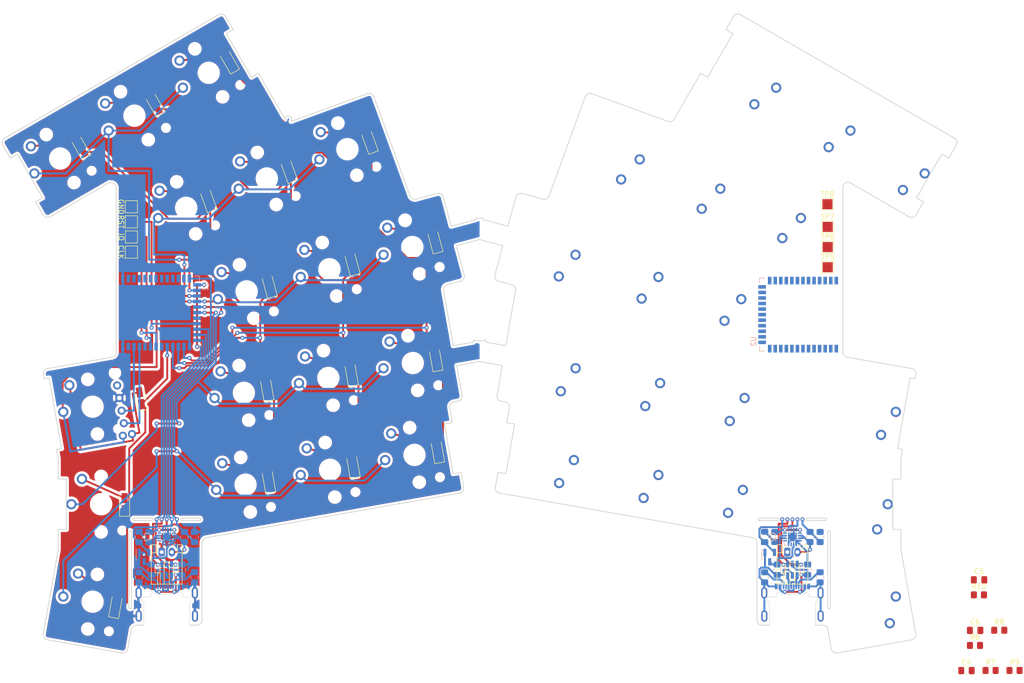
<source format=kicad_pcb>
(kicad_pcb (version 20211014) (generator pcbnew)
  (title_block (title "yeet") (rev "v1.0.0") (company "Unknown"))
  (layers (0 "F.Cu" signal) (31 "B.Cu" signal) (34 "B.Paste" user) (35 "F.Paste" user) (36 "B.SilkS" user "B.Silkscreen") (37 "F.SilkS" user "F.Silkscreen") (38 "B.Mask" user) (39 "F.Mask" user) (44 "Edge.Cuts" user))
  (net 0 "")
  (net 1 "L_VOUT")
  (net 2 "L_GND")
  (net 3 "L_VDD")
  (net 4 "L_VBUS")
  (net 5 "Net-(J1-PadA5)")
  (net 6 "L_D+")
  (net 7 "L_D-")
  (net 9 "Net-(J1-PadB5)")
  (net 11 "L_VBAT")
  (net 12 "L_VSENSE")
  (net 13 "Net-(R5-Pad2)")
  (net 14 "L_C0")
  (net 15 "L_R0")
  (net 16 "L_R1")
  (net 17 "L_R2")
  (net 18 "L_C1")
  (net 19 "L_C2")
  (net 20 "L_C3")
  (net 21 "L_C4")
  (net 22 "L_RE-A")
  (net 23 "L_RE-B")
  (net 24 "Net-(TP1-Pad1)")
  (net 25 "Net-(TP2-Pad1)")
  (net 26 "Net-(TP3-Pad1)")
  (net 38 "L_TH")
  (net 39 "L_CD-")
  (net 40 "L_CD+")
  (net 44 "L_RE-SW")
  (net 64 "Net-(S19-Pad1)")
  (net 66 "Net-(S34-Pad1)")
  (net 68 "Net-(S35-Pad1)")
  (net 70 "Net-(S36-Pad1)")
  (net 72 "Net-(S22-Pad1)")
  (net 73 "Net-(S25-Pad1)")
  (net 74 "Net-(S28-Pad1)")
  (net 75 "Net-(S31-Pad1)")
  (net 76 "Net-(S20-Pad1)")
  (net 77 "Net-(S21-Pad1)")
  (net 78 "Net-(S23-Pad1)")
  (net 79 "Net-(S24-Pad1)")
  (net 80 "Net-(S26-Pad1)")
  (net 81 "Net-(S27-Pad1)")
  (net 82 "Net-(S29-Pad1)")
  (net 83 "Net-(S30-Pad1)")
  (net 84 "Net-(S32-Pad1)")
  (net 85 "Net-(S33-Pad1)")
  (net 86 "Net-(J4-PadA5)")
  (net 87 "R_D+")
  (net 88 "R_D-")
  (net 90 "Net-(J4-PadB5)")
  (net 92 "Net-(R6-Pad2)")
  (net 93 "Net-(TP5-Pad1)")
  (net 94 "Net-(TP6-Pad1)")
  (net 95 "Net-(TP7-Pad1)")
  (net 97 "R_VSENSE")
  (net 99 "R_CD-")
  (net 100 "R_CD+")
  (net 104 "R_RE-B")
  (net 105 "R_RE-A")
  (footprint "switches:Choc_PG1350_Choc_Spacing" (layer "F.Cu") (at 202.172248 100.406969 70)
    (fp_text reference "S23" hide)
    (fp_text value "SW_Push" hide)
  )
  (footprint "Resistor_SMD:R_0805_2012Metric_Pad1.20x1.40mm_HandSolder" (layer "F.Cu") (at 261.28 197.97)
    (fp_text reference "R7")
    (fp_text value "802K")
  )
  (footprint "TestPoint:TestPoint_Pad_2.0x2.0mm" (layer "F.Cu") (at 228.95 105.5)
    (fp_text reference "TP8")
    (fp_text value "GND")
  )
  (footprint "Capacitor_SMD:C_0805_2012Metric_Pad1.18x1.45mm_HandSolder" (layer "F.Cu") (at 256.5 198)
    (fp_text reference "C4")
    (fp_text value "10uF")
  )
  (footprint "reee:Choc_PG1350_Tight" (layer "F.Cu") (at 83.308031 184.339277 -100)
    (fp_text reference "S18" hide)
    (fp_text value "SW_Push" hide)
  )
  (footprint "reee:Choc_PG1350_Tight" (layer "F.Cu") (at 113.286385 142.913292 -80)
    (fp_text reference "S10" hide)
    (fp_text value "SW_Push" hide)
  )
  (footprint "Resistor_SMD:R_0805_2012Metric_Pad1.20x1.40mm_HandSolder" (layer "F.Cu") (at 258.19 193.01)
    (fp_text reference "R6")
    (fp_text value "10K")
  )
  (footprint "switches:Choc_PG1350_Choc_Spacing" (layer "F.Cu") (at 206.168005 122.805267 75)
    (fp_text reference "S25" hide)
    (fp_text value "SW_Push" hide)
  )
  (footprint "switches:Choc_PG1350_Choc_Spacing" (layer "F.Cu") (at 235 164.999998 90)
    (fp_text reference "S35" hide)
    (fp_text value "SW_Push" hide)
  )
  (footprint "reee:Choc_PG1350_Tight" (layer "F.Cu") (at 101.852977 106.22131 -70)
    (fp_text reference "S4" hide)
    (fp_text value "SW_Push" hide)
  )
  (footprint "switches:Choc_PG1350_Choc_Spacing" (layer "F.Cu") (at 186.197473 94.592625 70)
    (fp_text reference "S24" hide)
    (fp_text value "SW_Push" hide)
  )
  (footprint "reee:Choc_PG1350_Tight" (layer "F.Cu") (at 130.252731 118.405343 -75)
    (fp_text reference "S8" hide)
    (fp_text value "SW_Push" hide)
  )
  (footprint "reee:Choc_PG1350_Tight" (layer "F.Cu") (at 113.831993 122.805268 -75)
    (fp_text reference "S7" hide)
    (fp_text value "SW_Push" hide)
  )
  (footprint "Connector_JST:JST_PH_S2B-PH-K_1x02_P2.00mm_Horizontal" (layer "F.Cu") (at 96.999998 174.499998)
    (fp_text reference "J3" hide)
    (fp_text value "Conn_01x02")
  )
  (footprint "switches:Choc_PG1350_Choc_Spacing" (layer "F.Cu") (at 243.121797 96.447195 60)
    (fp_text reference "S19" hide)
    (fp_text value "SW_Push" hide)
  )
  (footprint "switches:Choc_PG1350_Choc_Spacing" (layer "F.Cu") (at 206.378235 161.131835 80)
    (fp_text reference "S31" hide)
    (fp_text value "SW_Push" hide)
  )
  (footprint "reee:Choc_PG1350_Tight" (layer "F.Cu") (at 130.363495 158.179816 -80)
    (fp_text reference "S14" hide)
    (fp_text value "SW_Push" hide)
  )
  (footprint "switches:Choc_PG1350_Choc_Spacing" (layer "F.Cu") (at 189.971883 139.961273 80)
    (fp_text reference "S29" hide)
    (fp_text value "SW_Push" hide)
  )
  (footprint "reee:Choc_PG1350_Tight" (layer "F.Cu") (at 147.105227 155.227797 -80)
    (fp_text reference "S15" hide)
    (fp_text value "SW_Push" hide)
  )
  (footprint "TestPoint:TestPoint_Pad_2.0x2.0mm" (layer "F.Cu") (at 90.999998 108.999999 -90)
    (fp_text reference "TP1" hide)
    (fp_text value "RST")
  )
  (footprint "reee:Choc_PG1350_Tight" (layer "F.Cu") (at 106.323066 79.447195 -60)
    (fp_text reference "S3" hide)
    (fp_text value "SW_Push" hide)
  )
  (footprint "switches:Choc_PG1350_Choc_Spacing" (layer "F.Cu") (at 236.691967 145.660718 80)
    (fp_text reference "S34" hide)
    (fp_text value "SW_Push" hide)
  )
  (footprint "Resistor_SMD:R_0805_2012Metric_Pad1.20x1.40mm_HandSolder" (layer "F.Cu") (at 263 190)
    (fp_text reference "R8")
    (fp_text value "2M")
  )
  (footprint "Capacitor_SMD:C_0805_2012Metric_Pad1.18x1.45mm_HandSolder" (layer "F.Cu") (at 259 180)
    (fp_text reference "C5")
    (fp_text value "4u7F")
  )
  (footprint "switches:Choc_PG1350_Choc_Spacing" (layer "F.Cu") (at 172.894772 155.227798 80)
    (fp_text reference "S33" hide)
    (fp_text value "SW_Push" hide)
  )
  (footprint "TestPoint:TestPoint_Pad_2.0x2.0mm" (layer "F.Cu") (at 90.999998 114.999998 -90)
    (fp_text reference "TP3" hide)
    (fp_text value "CLK")
  )
  (footprint "reee:Choc_PG1350_Tight" (layer "F.Cu") (at 146.769848 137.009254 -80)
    (fp_text reference "S12" hide)
    (fp_text value "SW_Push" hide)
  )
  (footprint "TestPoint:TestPoint_Pad_2.0x2.0mm" (layer "F.Cu") (at 91 111.999999 -90)
    (fp_text reference "TP2" hide)
    (fp_text value "IO")
  )
  (footprint "reee:Choc_PG1350_Tight__EVQWGD001__Combo" (layer "F.Cu") (at 83.308032 145.660718 -80)
    (fp_text reference "S16" hide)
    (fp_text value "combo" hide)
  )
  (footprint "TestPoint:TestPoint_Pad_2.0x2.0mm" (layer "F.Cu") (at 91 105.999998 -90)
    (fp_text reference "TP4" hide)
    (fp_text value "GND")
  )
  (footprint "switches:Choc_PG1350_Choc_Spacing" (layer "F.Cu") (at 173.230151 137.009254 80)
    (fp_text reference "S30" hide)
    (fp_text value "SW_Push" hide)
  )
  (footprint "TestPoint:TestPoint_Pad_2.0x2.0mm" (layer "F.Cu") (at 229 110)
    (fp_text reference "TP7")
    (fp_text value "CLK")
  )
  (footprint "TestPoint:TestPoint_Pad_2.0x2.0mm" (layer "F.Cu") (at 229 118)
    (fp_text reference "TP5")
    (fp_text value "RST")
  )
  (footprint "switches:Choc_PG1350_Choc_Spacing" (layer "F.Cu") (at 218.147021 106.22131 70)
    (fp_text reference "S22" hide)
    (fp_text value "SW_Push" hide)
  )
  (footprint "Resistor_SMD:R_0805_2012Metric_Pad1.20x1.40mm_HandSolder" (layer "F.Cu") (at 258.97 182.98)
    (fp_text reference "R10")
    (fp_text value "5K1")
  )
  (footprint "Resistor_SMD:R_0805_2012Metric_Pad1.20x1.40mm_HandSolder" (layer "F.Cu") (at 266.03 197.97)
    (fp_text reference "R9")
    (fp_text value "5K1")
  )
  (footprint "switches:Choc_PG1350_Choc_Spacing" (layer "F.Cu") (at 189.636503 158.179817 80)
    (fp_text reference "S32" hide)
    (fp_text value "SW_Push" hide)
  )
  (footprint "reee:Choc_PG1350_Tight" (layer "F.Cu") (at 113.621762 161.131835 -80)
    (fp_text reference "S13" hide)
    (fp_text value "SW_Push" hide)
  )
  (footprint "switches:Choc_PG1350_Choc_Spacing" (layer "F.Cu") (at 213.676932 79.447195 60)
    (fp_text reference "S21" hide)
    (fp_text value "SW_Push" hide)
  )
  (footprint "reee:Choc_PG1350_Tight" (layer "F.Cu") (at 117.82775 100.406967 -70)
    (fp_text reference "S5" hide)
    (fp_text value "SW_Push" hide)
  )
  (footprint "switches:Choc_PG1350_Choc_Spacing" (layer "F.Cu") (at 206.713614 142.913292 80)
    (fp_text reference "S28" hide)
    (fp_text value "SW_Push" hide)
  )
  (footprint "reee:Choc_PG1350_Tight" (layer "F.Cu") (at 85 165 -90)
    (fp_text reference "S17" hide)
    (fp_text value "SW_Push" hide)
  )
  (footprint "reee:Choc_PG1350_Tight" (layer "F.Cu") (at 130.028115 139.961273 -80)
    (fp_text reference "S11" hide)
    (fp_text value "SW_Push" hide)
  )
  (footprint "switches:Choc_PG1350_Choc_Spacing" (layer "F.Cu") (at 228.399363 87.947196 60)
    (fp_text reference "S20" hide)
    (fp_text value "SW_Push" hide)
  )
  (footprint "Capacitor_SMD:C_0805_2012Metric_Pad1.18x1.45mm_HandSolder" (layer "F.Cu") (at 258.22 190.03)
    (fp_text reference "C6")
    (fp_text value "4u7F")
  )
  (footprint "reee:Choc_PG1350_Tight" (layer "F.Cu") (at 91.600633 87.947195 -60)
    (fp_text reference "S2" hide)
    (fp_text value "SW_Push" hide)
  )
  (footprint "switches:Choc_PG1350_Choc_Spacing" (layer "F.Cu") (at 189.747266 118.405343 75)
    (fp_text reference "S26" hide)
    (fp_text value "SW_Push" hide)
  )
  (footprint "switches:Choc_PG1350_Choc_Spacing" (layer "F.Cu") (at 236.691966 184.339277 100)
    (fp_text reference "S36" hide)
    (fp_text value "SW_Push" hide)
  )
  (footprint "Connector_JST:JST_PH_S2B-PH-K_1x02_P2.00mm_Horizontal" (layer "F.Cu") (at 220.999999 174.5)
    (fp_text reference "J2" hide)
    (fp_text value "Conn_01x02")
  )
  (footprint "switches:Choc_PG1350_Choc_Spacing" (layer "F.Cu") (at 173.326527 114.005419 75)
    (fp_text reference "S27" hide)
    (fp_text value "SW_Push" hide)
  )
  (footprint "reee:Choc_PG1350_Tight" (layer "F.Cu") (at 146.673469 114.005419 -75)
    (fp_text reference "S9" hide)
    (fp_text value "SW_Push" hide)
  )
  (footprint "reee:Choc_PG1350_Tight" (layer "F.Cu") (at 133.802527 94.592625 -70)
    (fp_text reference "S6" hide)
    (fp_text value "SW_Push" hide)
  )
  (footprint "reee:Choc_PG1350_Tight" (layer "F.Cu") (at 76.878203 96.447195 -60)
    (fp_text reference "S1" hide)
    (fp_text value "SW_Push" hide)
  )
  (footprint "TestPoint:TestPoint_Pad_2.0x2.0mm" (layer "F.Cu") (at 229 114)
    (fp_text reference "TP6")
    (fp_text value "IO")
  )
  (footprint "marbastlib-various:USB_C_Receptacle_HRO_TYPE-C-31-M-14" (layer "B.Cu") (at 222 182.5 180)
    (fp_text reference "J4" hide)
    (fp_text value "USB_C_Receptacle_USB2.0")
    (fp_line (start -3.404998 -0.905) (end -4.554999 -0.905) (layer "Edge.Cuts") (width 0.08))
    (fp_line (start 4.545001 -2.075821) (end 4.545001 -6.435) (layer "Edge.Cuts") (width 0.08))
    (fp_line (start 3.395 -0.905) (end 4.545001 -0.905) (layer "Edge.Cuts") (width 0.08))
    (fp_line (start 3.195001 -0.505) (end 3.195001 -0.705) (layer "Edge.Cuts") (width 0.08))
    (fp_line (start -0.004999 -0.355) (end -2.098781 -0.355) (layer "Edge.Cuts") (width 0.08))
    (fp_line (start -3.204999 -0.505) (end -3.204999 -0.705) (layer "Edge.Cuts") (width 0.08))
    (fp_line (start -0.004999 -0.355) (end 2.088783 -0.355) (layer "Edge.Cuts") (width 0.08))
    (fp_line (start -4.554999 -2.075821) (end -4.554999 -6.435) (layer "Edge.Cuts") (width 0.08))
    (fp_arc (start -2.271986 -0.255) (mid -2.834409 -0.022037) (end -3.204999 -0.505) (layer "Edge.Cuts") (width 0.08))
    (fp_arc (start 3.195001 -0.505) (mid 2.82441 -0.022036) (end 2.261988 -0.255) (layer "Edge.Cuts") (width 0.08))
    (fp_arc (start -4.554999 -2.075821) (mid -4.594642 -1.956298) (end -4.697856 -1.884158) (layer "Edge.Cuts") (width 0.08))
    (fp_arc (start -3.404998 -0.905) (mid -3.263577 -0.846421) (end -3.204998 -0.705) (layer "Edge.Cuts") (width 0.08))
    (fp_arc (start 3.195001 -0.705) (mid 3.253579 -0.846421) (end 3.395 -0.904999) (layer "Edge.Cuts") (width 0.08))
    (fp_arc (start -2.271986 -0.255) (mid -2.198781 -0.328205) (end -2.098781 -0.355) (layer "Edge.Cuts") (width 0.08))
    (fp_arc (start 2.088783 -0.355) (mid 2.188776 -0.328203) (end 2.261988 -0.255) (layer "Edge.Cuts") (width 0.08))
    (fp_arc (start -4.554999 -0.905) (mid -5.04976 -1.332815) (end -4.697856 -1.884157) (layer "Edge.Cuts") (width 0.08))
    (fp_arc (start 4.687858 -1.884158) (mid 4.584652 -1.9563) (end 4.545001 -2.075821) (layer "Edge.Cuts") (width 0.08))
    (fp_arc (start 4.687858 -1.884158) (mid 5.039763 -1.332815) (end 4.545001 -0.904999) (layer "Edge.Cuts") (width 0.08))
  )
  (footprint "marbastlib-various:nRF52840_holyiot_18010_HS_simple" (layer "B.Cu") (at 94.999998 126.999998 -90)
    (fp_text reference "U1")
    (fp_text value "nRF52840_holyiot_18010")
  )
  (footprint "Package_DFN_QFN:VQFN-16-1EP_3x3mm_P0.5mm_EP1.68x1.68mm_ThermalVias" (layer "B.Cu") (at 98 171.499998 180)
    (fp_text reference "U3" hide)
    (fp_text value "BQ24075RGT")
  )
  (footprint "Resistor_SMD:R_0805_2012Metric_Pad1.20x1.40mm_HandSolder" (layer "B.Cu") (at 225.500001 171.5 90)
    (fp_text reference "R3" hide)
    (fp_text value "802K")
  )
  (footprint "marbastlib-various:nRF52840_holyiot_18010_HS_simple" (layer "B.Cu") (at 225 127.4 90)
    (fp_text reference "U2")
    (fp_text value "nRF52840_holyiot_18010")
  )
  (footprint "Capacitor_SMD:C_0805_2012Metric_Pad1.18x1.45mm_HandSolder" (layer "B.Cu") (at 95 178 -90)
    (fp_text reference "C1" hide)
    (fp_text value "10uF")
  )
  (footprint "Capacitor_SMD:C_0805_2012Metric_Pad1.18x1.45mm_HandSolder" (layer "B.Cu") (at 224.999999 178.000001 -90)
    (fp_text reference "C3" hide)
    (fp_text value "4u7F")
  )
  (footprint "Resistor_SMD:R_0805_2012Metric_Pad1.20x1.40mm_HandSolder" (layer "B.Cu") (at 92.499998 179.499998 90)
    (fp_text reference "R2" hide)
    (fp_text value "5K1")
  )
  (footprint "Resistor_SMD:R_0805_2012Metric_Pad1.20x1.40mm_HandSolder" (layer "B.Cu") (at 103.5 179.499998 90)
    (fp_text reference "R1" hide)
    (fp_text value "5K1")
  )
  (footprint "Package_TO_SOT_SMD:SOT-23-6" (layer "B.Cu") (at 98 177.999998 90)
    (fp_text reference "U5" hide)
    (fp_text value "USBLC6-2SC6")
  )
  (footprint "Resistor_SMD:R_0805_2012Metric_Pad1.20x1.40mm_HandSolder" (layer "B.Cu") (at 227.499999 171.5 -90)
    (fp_text reference "R4" hide)
    (fp_text value "2M")
  )
  (footprint "Resistor_SMD:R_0805_2012Metric_Pad1.20x1.40mm_HandSolder" (layer "B.Cu") (at 101.5 171.499998 90)
    (fp_text reference "R3" hide)
    (fp_text value "802K")
  )
  (footprint "Resistor_SMD:R_0805_2012Metric_Pad1.20x1.40mm_HandSolder" (layer "B.Cu") (at 103.499998 171.499998 -90)
    (fp_text reference "R4" hide)
    (fp_text value "2M")
  )
  (footprint "Capacitor_SMD:C_0805_2012Metric_Pad1.18x1.45mm_HandSolder" (layer "B.Cu") (at 92.499999 171.499998 90)
    (fp_text reference "C2")
    (fp_text value "4u7F")
  )
  (footprint "marbastlib-various:USB_C_Receptacle_HRO_TYPE-C-31-M-14" (layer "B.Cu") (at 97.999999 182.499998 180)
    (fp_text reference "J1" hide)
    (fp_text value "USB_C_Receptacle_USB2.0")
    (fp_line (start -0.004999 -0.355) (end -2.098781 -0.355) (layer "Edge.Cuts") (width 0.08))
    (fp_line (start -0.004999 -0.355) (end 2.088783 -0.355) (layer "Edge.Cuts") (width 0.08))
    (fp_line (start 3.395 -0.905) (end 4.545001 -0.905) (layer "Edge.Cuts") (width 0.08))
    (fp_line (start -3.204999 -0.505) (end -3.204999 -0.705) (layer "Edge.Cuts") (width 0.08))
    (fp_line (start -4.554999 -2.075821) (end -4.554999 -6.435) (layer "Edge.Cuts") (width 0.08))
    (fp_line (start -3.404998 -0.905) (end -4.554999 -0.905) (layer "Edge.Cuts") (width 0.08))
    (fp_line (start 4.545001 -2.075821) (end 4.545001 -6.435) (layer "Edge.Cuts") (width 0.08))
    (fp_line (start 3.195001 -0.505) (end 3.195001 -0.705) (layer "Edge.Cuts") (width 0.08))
    (fp_arc (start 4.687858 -1.884158) (mid 5.039763 -1.332815) (end 4.545001 -0.904999) (layer "Edge.Cuts") (width 0.08))
    (fp_arc (start -2.271986 -0.255) (mid -2.198781 -0.328205) (end -2.098781 -0.355) (layer "Edge.Cuts") (width 0.08))
    (fp_arc (start 2.088783 -0.355) (mid 2.188789 -0.328211) (end 2.261988 -0.255) (layer "Edge.Cuts") (width 0.08))
    (fp_arc (start -3.404998 -0.905) (mid -3.263577 -0.846421) (end -3.204998 -0.705) (layer "Edge.Cuts") (width 0.08))
    (fp_arc (start -4.554999 -2.075821) (mid -4.594642 -1.956298) (end -4.697856 -1.884158) (layer "Edge.Cuts") (width 0.08))
    (fp_arc (start -2.271986 -0.255) (mid -2.834409 -0.022037) (end -3.204999 -0.505) (layer "Edge.Cuts") (width 0.08))
    (fp_arc (start -4.554999 -0.905) (mid -5.04976 -1.332815) (end -4.697856 -1.884157) (layer "Edge.Cuts") (width 0.08))
    (fp_arc (start 3.195001 -0.705) (mid 3.253579 -0.846421) (end 3.395 -0.904999) (layer "Edge.Cuts") (width 0.08))
    (fp_arc (start 3.195001 -0.505) (mid 2.82441 -0.022036) (end 2.261988 -0.255) (layer "Edge.Cuts") (width 0.08))
    (fp_arc (start 4.687858 -1.884158) (mid 4.584652 -1.9563) (end 4.545001 -2.075821) (layer "Edge.Cuts") (width 0.08))
  )
  (footprint "Capacitor_SMD:C_0805_2012Metric_Pad1.18x1.45mm_HandSolder" (layer "B.Cu") (at 219.000001 178.000002 -90)
    (fp_text reference "C1" hide)
    (fp_text value "10uF")
  )
  (footprint "Capacitor_SMD:C_0805_2012Metric_Pad1.18x1.45mm_HandSolder" (layer "B.Cu") (at 100.999998 177.999999 -90)
    (fp_text reference "C3" hide)
    (fp_text value "4u7F")
  )
  (footprint "Package_TO_SOT_SMD:SOT-23-6" (layer "B.Cu") (at 222.000001 178 90)
    (fp_text reference "U8" hide)
    (fp_text value "USBLC6-2SC6")
  )
  (footprint "Resistor_SMD:R_0805_2012Metric_Pad1.20x1.40mm_HandSolder" (layer "B.Cu") (at 218.500001 171.500001 90)
    (fp_text reference "R5" hide)
    (fp_text value "10K")
  )
  (footprint "Package_TO_SOT_SMD:SOT-23" (layer "B.Cu") (at 217.5 175.500002 -90)
    (fp_text reference "U7" hide)
    (fp_text value "XC6206P332MR")
  )
  (footprint "Resistor_SMD:R_0805_2012Metric_Pad1.20x1.40mm_HandSolder" (layer "B.Cu") (at 216.499999 179.5 90)
    (fp_text reference "R2" hide)
    (fp_text value "5K1")
  )
  (footprint "Resistor_SMD:R_0805_2012Metric_Pad1.20x1.40mm_HandSolder" (layer "B.Cu") (at 94.5 171.499999 90)
    (fp_text reference "R5" hide)
    (fp_text value "10K")
  )
  (footprint "Capacitor_SMD:C_0805_2012Metric_Pad1.18x1.45mm_HandSolder" (layer "B.Cu") (at 216.5 171.5 90)
    (fp_text reference "C2")
    (fp_text value "4u7F")
  )
  (footprint "Package_TO_SOT_SMD:SOT-23" (layer "B.Cu") (at 93.499999 175.5 -90)
    (fp_text reference "U4" hide)
    (fp_text value "XC6206P332MR")
  )
  (footprint "Package_DFN_QFN:VQFN-16-1EP_3x3mm_P0.5mm_EP1.68x1.68mm_ThermalVias" (layer "B.Cu") (at 222.000001 171.5 180)
    (fp_text reference "U6" hide)
    (fp_text value "BQ24075RGT")
  )
  (footprint "Resistor_SMD:R_0805_2012Metric_Pad1.20x1.40mm_HandSolder" (layer "B.Cu") (at 227.500001 179.5 90)
    (fp_text reference "R1" hide)
    (fp_text value "5K1")
  )
  (gr_arc (start 163.752713 120.757608) (mid 163.145497 120.291688) (end 163.045606 119.532864) (layer "Edge.Cuts") (width 0.15))
  (gr_line (start 159.355279 108.191282) (end 159.25554 108.563512) (layer "Edge.Cuts") (width 0.15))
  (gr_line (start 161.194667 132.434916) (end 159.999998 132.645568) (layer "Edge.Cuts") (width 0.15))
  (gr_line (start 68.402626 95.567068) (end 67.016987 96.367069) (layer "Edge.Cuts") (width 0.15))
  (gr_arc (start 137.77204 83.57024) (mid 138.536696 83.603602) (end 139.053751 84.167913) (layer "Edge.Cuts") (width 0.15))
  (gr_line (start 91 185.499999) (end 90.999999 170.499998) (layer "Edge.Cuts") (width 0.15))
  (gr_line (start 151.588543 103.370944) (end 147.420957 104.487646) (layer "Edge.Cuts") (width 0.15))
  (gr_arc (start 167.186711 104.078052) (mid 167.652641 103.470882) (end 168.411454 103.370944) (layer "Edge.Cuts") (width 0.15))
  (gr_line (start 158.805331 132.434916) (end 158.72866 132.86974) (layer "Edge.Cuts") (width 0.15))
  (gr_line (start 172.57904 104.487647) (end 168.411454 103.370944) (layer "Edge.Cuts") (width 0.15))
  (gr_line (start 243.5 159.999998) (end 241.899998 159.999998) (layer "Edge.Cuts") (width 0.15))
  (gr_line (start 241.899998 159.999998) (end 241.899999 169.999999) (layer "Edge.Cuts") (width 0.15))
  (gr_arc (start 91 185.499999) (mid 90.75 185.75) (end 90.499998 185.499999) (layer "Edge.Cuts") (width 0.15))
  (gr_line (start 233.499998 101.284353) (end 245.116987 107.991424) (layer "Edge.Cuts") (width 0.15))
  (gr_line (start 159.999999 112.505139) (end 164.598521 113.737309) (layer "Edge.Cuts") (width 0.15))
  (gr_line (start 231.999999 134.855459) (end 231.999998 102.150379) (layer "Edge.Cuts") (width 0.15))
  (gr_arc (start 87.999999 134.855461) (mid 87.766058 135.498268) (end 87.173648 135.840267) (layer "Edge.Cuts") (width 0.15))
  (gr_arc (start 74.359139 191.900187) (mid 73.713651 191.488951) (end 73.547979 190.741729) (layer "Edge.Cuts") (width 0.15))
  (gr_line (start 182.227958 83.57024) (end 197.349693 89.074101) (layer "Edge.Cuts") (width 0.15))
  (gr_arc (start 152.861953 122.609752) (mid 153.003365 121.898793) (end 153.587943 121.470178) (layer "Edge.Cuts") (width 0.15))
  (gr_arc (start 230.868743 194.504909) (mid 230.12152 194.339251) (end 229.710287 193.693749) (layer "Edge.Cuts") (width 0.15))
  (gr_line (start 161.27134 132.86974) (end 161.194667 132.434916) (layer "Edge.Cuts") (width 0.15))
  (gr_line (start 159.999998 136.707276) (end 164.511988 137.50286) (layer "Edge.Cuts") (width 0.15))
  (gr_arc (start 86.5 101.284353) (mid 87.263132 101.28166) (end 88 102.150378) (layer "Edge.Cuts") (width 0.15))
  (gr_arc (start 90.971639 189.826351) (mid 91.313663 189.233972) (end 91.956447 188.999999) (layer "Edge.Cuts") (width 0.15))
  (gr_line (start 165.633797 109.873607) (end 160.744457 108.563513) (layer "Edge.Cuts") (width 0.15))
  (gr_line (start 251.597371 95.567068) (end 246.597371 104.227322) (layer "Edge.Cuts") (width 0.15))
  (gr_arc (start 229 170.5) (mid 229.25 170.249999) (end 229.500001 170.499999) (layer "Edge.Cuts") (width 0.15))
  (gr_line (start 243.5 159.999998) (end 243.499998 156.087488) (layer "Edge.Cuts") (width 0.15))
  (gr_line (start 165.392147 148.827751) (end 165.91309 145.873326) (layer "Edge.Cuts") (width 0.15))
  (gr_line (start 90.289711 193.693748) (end 90.971639 189.82635) (layer "Edge.Cuts") (width 0.15))
  (gr_arc (start 216 188.999999) (mid 215.292891 188.707106) (end 215 187.999998) (layer "Edge.Cuts") (width 0.15))
  (gr_line (start 90.499998 170.499999) (end 90.499998 185.499999) (layer "Edge.Cuts") (width 0.15))
  (gr_arc (start 173.777551 103.86374) (mid 173.299604 104.408697) (end 172.57904 104.487647) (layer "Edge.Cuts") (width 0.15))
  (gr_line (start 100.999998 168.249998) (end 104.499999 168.25) (layer "Edge.Cuts") (width 0.15))
  (gr_arc (start 243.515192 174.086157) (mid 243.503803 173.999665) (end 243.5 173.91251) (layer "Edge.Cuts") (width 0.15))
  (gr_line (start 165.206579 133.563629) (end 161.27134 132.86974) (layer "Edge.Cuts") (width 0.15))
  (gr_arc (start 156.954393 119.532865) (mid 156.854499 120.291688) (end 156.247284 120.75761) (layer "Edge.Cuts") (width 0.15))
  (gr_arc (start 229.500002 185.5) (mid 229.250001 185.750001) (end 229 185.5) (layer "Edge.Cuts") (width 0.15))
  (gr_line (start 103.999998 188.999999) (end 102.74 188.999998) (layer "Edge.Cuts") (width 0.15))
  (gr_arc (start 147.420957 104.487646) (mid 146.700365 104.408751) (end 146.222445 103.86374) (layer "Edge.Cuts") (width 0.15))
  (gr_line (start 205.201357 80.327322) (end 210.201357 71.667068) (layer "Edge.Cuts") (width 0.15))
  (gr_line (start 246.483012 107.625398) (end 247.983012 105.027322) (layer "Edge.Cuts") (width 0.15))
  (gr_arc (start 90.289711 193.693748) (mid 89.87848 194.339252) (end 89.131256 194.50491) (layer "Edge.Cuts") (width 0.15))
  (gr_arc (start 91.5 168.249999) (mid 91.249998 167.999998) (end 91.499999 167.749998) (layer "Edge.Cuts") (width 0.15))
  (gr_line (start 159.999998 132.645568) (end 158.805331 132.434916) (layer "Edge.Cuts") (width 0.15))
  (gr_line (start 73.547979 190.741729) (end 76.484807 174.086157) (layer "Edge.Cuts") (width 0.15))
  (gr_line (start 246.295734 140.144594) (end 245.310927 139.970945) (layer "Edge.Cuts") (width 0.15))
  (gr_line (start 114.79864 80.327322) (end 116.184282 79.527322) (layer "Edge.Cuts") (width 0.15))
  (gr_arc (start 214.173648 171.645216) (mid 214.766034 171.987239) (end 215 172.630025) (layer "Edge.Cuts") (width 0.15))
  (gr_line (start 219.000001 167.75) (end 215.5 167.75) (layer "Edge.Cuts") (width 0.15))
  (gr_line (start 76.170066 154.128863) (end 76.484807 155.91384) (layer "Edge.Cuts") (width 0.15))
  (gr_line (start 76.5 159.999999) (end 76.499999 156.087487) (layer "Edge.Cuts") (width 0.15))
  (gr_line (start 102.545001 188.934998) (end 102.74 188.999998) (layer "Edge.Cuts") (width 0.15))
  (gr_line (start 77.154874 153.955215) (end 74.68907 139.970945) (layer "Edge.Cuts") (width 0.15))
  (gr_line (start 154.607851 148.827749) (end 153.03216 149.105586) (layer "Edge.Cuts") (width 0.15))
  (gr_line (start 78.099998 159.999999) (end 76.5 159.999999) (layer "Edge.Cuts") (width 0.15))
  (gr_line (start 74.68907 139.970945) (end 73.704263 140.144593) (layer "Edge.Cuts") (width 0.15))
  (gr_line (start 94.461851 75.902968) (end 108.318255 67.902966) (layer "Edge.Cuts") (width 0.15))
  (gr_line (start 105.826351 171.645216) (end 156.054119 162.788705) (layer "Edge.Cuts") (width 0.15))
  (gr_line (start 109.68428 68.268994) (end 111.184283 70.867069) (layer "Edge.Cuts") (width 0.15))
  (gr_line (start 252.983012 96.367068) (end 251.597371 95.567068) (layer "Edge.Cuts") (width 0.15))
  (gr_line (start 154.76864 158.953664) (end 156.344332 158.675828) (layer "Edge.Cuts") (width 0.15))
  (gr_line (start 216 188.999999) (end 217.259996 188.999998) (layer "Edge.Cuts") (width 0.15))
  (gr_arc (start 73.547981 139.258269) (mid 73.713625 138.511028) (end 74.35914 138.09981) (layer "Edge.Cuts") (width 0.15))
  (gr_line (start 65.516985 93.768994) (end 67.016987 96.367069) (layer "Edge.Cuts") (width 0.15))
  (gr_line (start 76.170066 154.128863) (end 77.154874 153.955215) (layer "Edge.Cuts") (width 0.15))
  (gr_line (start 153.03216 149.105586) (end 154.76864 158.953664) (layer "Edge.Cuts") (width 0.15))
  (gr_line (start 160.744457 108.563513) (end 160.644719 108.191282) (layer "Edge.Cuts") (width 0.15))
  (gr_line (start 111.184283 70.867069) (end 109.79864 71.667068) (layer "Edge.Cuts") (width 0.15))
  (gr_line (start 243.515192 155.91384) (end 243.829929 154.128864) (layer "Edge.Cuts") (width 0.15))
  (gr_line (start 156.954393 119.532865) (end 155.401479 113.737311) (layer "Edge.Cuts") (width 0.15))
  (gr_arc (start 228.04355 189) (mid 228.686363 189.233937) (end 229.02836 189.82635) (layer "Edge.Cuts") (width 0.15))
  (gr_line (start 105 187.999999) (end 105 172.630024) (layer "Edge.Cuts") (width 0.15))
  (gr_line (start 93.444999 188.934998) (end 93.25 188.999998) (layer "Edge.Cuts") (width 0.15))
  (gr_line (start 65.88301 92.402966) (end 94.461851 75.902968) (layer "Edge.Cuts") (width 0.15))
  (gr_line (start 160.644719 108.191282) (end 159.999998 108.364034) (layer "Edge.Cuts") (width 0.15))
  (gr_line (start 154.086907 145.873326) (end 154.607851 148.827749) (layer "Edge.Cuts") (width 0.15))
  (gr_line (start 208.815716 70.867068) (end 210.315715 68.268992) (layer "Edge.Cuts") (width 0.15))
  (gr_line (start 74.35914 191.900186) (end 89.131256 194.50491) (layer "Edge.Cuts") (width 0.15))
  (gr_arc (start 180.946245 84.167913) (mid 181.463314 83.603627) (end 182.227958 83.57024) (layer "Edge.Cuts") (width 0.15))
  (gr_arc (start 215.500001 168.250001) (mid 215.250002 168.000001) (end 215.5 167.75) (layer "Edge.Cuts") (width 0.15))
  (gr_line (start 88 102.150378) (end 88 134.85546) (layer "Edge.Cuts") (width 0.15))
  (gr_arc (start 219.000001 167.75) (mid 219.250003 168) (end 219.000001 168.25) (layer "Edge.Cuts") (width 0.15))
  (gr_line (start 73.402626 104.227322) (end 68.402626 95.567068) (layer "Edge.Cuts") (width 0.15))
  (gr_line (start 156.344332 158.675828) (end 156.865279 161.630249) (layer "Edge.Cuts") (width 0.15))
  (gr_line (start 210.201357 71.667068) (end 208.815716 70.867068) (layer "Edge.Cuts") (width 0.15))
  (gr_line (start 246.295734 140.144594) (end 246.452019 139.258267) (layer "Edge.Cuts") (width 0.15))
  (gr_arc (start 74.88301 107.991424) (mid 74.124186 108.091332) (end 73.516987 107.625398) (layer "Edge.Cuts") (width 0.15))
  (gr_line (start 154.898066 144.71487) (end 155.71874 144.570163) (layer "Edge.Cuts") (width 0.15))
  (gr_arc (start 165.101933 144.714871) (mid 165.747454 145.126098) (end 165.91309 145.873326) (layer "Edge.Cuts") (width 0.15))
  (gr_line (start 87.173648 135.840267) (end 74.35914 138.09981) (layer "Edge.Cuts") (width 0.15))
  (gr_line (start 229.500002 185.5) (end 229.500001 170.499999) (layer "Edge.Cuts") (width 0.15))
  (gr_line (start 93.25 188.999998) (end 91.956447 188.999999) (layer "Edge.Cuts") (width 0.15))
  (gr_line (start 163.752713 120.757609) (end 166.412057 121.470178) (layer "Edge.Cuts") (width 0.15))
  (gr_line (start 159.25554 108.563512) (end 154.366203 109.873608) (layer "Edge.Cuts") (width 0.15))
  (gr_line (start 139.053751 84.167913) (end 146.222445 103.86374) (layer "Edge.Cuts") (width 0.15))
  (gr_line (start 91.5 168.249999) (end 95 168.249998) (layer "Edge.Cuts") (width 0.15))
  (gr_line (start 153.587943 121.470178) (end 156.247284 120.75761) (layer "Edge.Cuts") (width 0.15))
  (gr_line (start 217.259996 188.999998) (end 217.454999 188.934998) (layer "Edge.Cuts") (width 0.15))
  (gr_line (start 163.134721 161.630249) (end 163.655664 158.675826) (layer "Edge.Cuts") (width 0.15))
  (gr_line (start 72.016987 105.027322) (end 73.516987 107.625398) (layer "Edge.Cuts") (width 0.15))
  (gr_line (start 72.016987 105.027322) (end 73.402626 104.227322) (layer "Edge.Cuts") (width 0.15))
  (gr_line (start 163.945879 162.788705) (end 214.173648 171.645216) (layer "Edge.Cuts") (width 0.15))
  (gr_arc (start 90.499998 170.499999) (mid 90.749999 170.249997) (end 90.999999 170.499998) (layer "Edge.Cuts") (width 0.15))
  (gr_arc (start 105 187.999999) (mid 104.707106 188.707107) (end 103.999998 188.999999) (layer "Edge.Cuts") (width 0.15))
  (gr_arc (start 104.499998 167.749999) (mid 104.749998 167.999999) (end 104.499999 168.25) (layer "Edge.Cuts") (width 0.15))
  (gr_line (start 163.470098 143.411708) (end 164.511988 137.50286) (layer "Edge.Cuts") (width 0.15))
  (gr_arc (start 224.999999 168.25) (mid 224.75 168) (end 224.999999 167.75) (layer "Edge.Cuts") (width 0.15))
  (gr_line (start 166.967838 149.105587) (end 165.392147 148.827751) (layer "Edge.Cuts") (width 0.15))
  (gr_line (start 229 170.5) (end 229 185.5) (layer "Edge.Cuts") (width 0.15))
  (gr_arc (start 243.499998 156.087487) (mid 243.503805 156.000332) (end 243.515192 155.91384) (layer "Edge.Cuts") (width 0.15))
  (gr_arc (start 228.499999 167.750001) (mid 228.749999 168) (end 228.5 168.250002) (layer "Edge.Cuts") (width 0.15))
  (gr_line (start 243.515192 174.086157) (end 246.452017 190.741729) (layer "Edge.Cuts") (width 0.15))
  (gr_line (start 164.281259 144.570165) (end 165.101932 144.71487) (layer "Edge.Cuts") (width 0.15))
  (gr_arc (start 163.945879 162.788706) (mid 163.300359 162.37748) (end 163.134721 161.630249) (layer "Edge.Cuts") (width 0.15))
  (gr_arc (start 121.442259 88.634409) (mid 122.534339 88.129523) (end 122.650305 89.074102) (layer "Edge.Cuts") (width 0.15))
  (gr_arc (start 210.315715 68.268992) (mid 210.922918 67.803097) (end 211.681743 67.902966) (layer "Edge.Cuts") (width 0.15))
  (gr_arc (start 166.412057 121.470178) (mid 166.996606 121.898812) (end 167.138044 122.609752) (layer "Edge.Cuts") (width 0.15))
  (gr_line (start 165.231357 158.953663) (end 166.967838 149.105587) (layer "Edge.Cuts") (width 0.15))
  (gr_line (start 224.999999 168.25) (end 228.5 168.250002) (layer "Edge.Cuts") (width 0.15))
  (gr_arc (start 246.452017 190.74173) (mid 246.286371 191.488969) (end 245.640858 191.900185) (layer "Edge.Cuts") (width 0.15))
  (gr_arc (start 232.826351 135.840267) (mid 232.23397 135.498243) (end 231.999999 134.855459) (layer "Edge.Cuts") (width 0.15))
  (gr_line (start 252.983012 96.367068) (end 254.483013 93.768993) (layer "Edge.Cuts") (width 0.15))
  (gr_line (start 211.681743 67.902966) (end 225.538147 75.902967) (layer "Edge.Cuts") (width 0.15))
  (gr_line (start 245.310927 139.970945) (end 242.845122 153.955216) (layer "Edge.Cuts") (width 0.15))
  (gr_line (start 155.488011 137.502861) (end 156.529898 143.411708) (layer "Edge.Cuts") (width 0.15))
  (gr_arc (start 65.516984 93.768993) (mid 65.417086 93.010176) (end 65.88301 92.402966) (layer "Edge.Cuts") (width 0.15))
  (gr_line (start 164.598521 113.737309) (end 163.045606 119.532864) (layer "Edge.Cuts") (width 0.15))
  (gr_arc (start 76.484808 155.91384) (mid 76.496197 156.000332) (end 76.499999 156.087487) (layer "Edge.Cuts") (width 0.15))
  (gr_line (start 225.538147 75.902967) (end 254.116985 92.402966) (layer "Edge.Cuts") (width 0.15))
  (gr_line (start 158.72866 132.86974) (end 154.793418 133.563629) (layer "Edge.Cuts") (width 0.15))
  (gr_line (start 242.845122 153.955216) (end 243.829929 154.128864) (layer "Edge.Cuts") (width 0.15))
  (gr_line (start 245.640858 138.099812) (end 232.826352 135.840266) (layer "Edge.Cuts") (width 0.15))
  (gr_arc (start 246.483012 107.625398) (mid 245.875808 108.091315) (end 245.116987 107.991424) (layer "Edge.Cuts") (width 0.15))
  (gr_arc (start 95 167.749998) (mid 95.25 167.999998) (end 95 168.249998) (layer "Edge.Cuts") (width 0.15))
  (gr_arc (start 108.318255 67.902967) (mid 109.077095 67.803039) (end 109.68428 68.268994) (layer "Edge.Cuts") (width 0.15))
  (gr_line (start 228.04355 189) (end 226.749999 188.999999) (layer "Edge.Cuts") (width 0.15))
  (gr_line (start 165.206579 133.563629) (end 167.138044 122.609752) (layer "Edge.Cuts") (width 0.15))
  (gr_line (start 167.186711 104.078052) (end 165.633797 109.873607) (layer "Edge.Cuts") (width 0.15))
  (gr_arc (start 154.086907 145.873325) (mid 154.252574 145.126118) (end 154.898066 144.71487) (layer "Edge.Cuts") (width 0.15))
  (gr_line (start 215.500001 168.250001) (end 219.000001 168.25) (layer "Edge.Cuts") (width 0.15))
  (gr_arc (start 105 172.630024) (mid 105.233946 171.987223) (end 105.826351 171.645216) (layer "Edge.Cuts") (width 0.15))
  (gr_arc (start 254.116985 92.402966) (mid 254.582922 93.010173) (end 254.483013 93.768993) (layer "Edge.Cuts") (width 0.15))
  (gr_line (start 159.999998 108.364034) (end 159.355279 108.191282) (layer "Edge.Cuts") (width 0.15))
  (gr_line (start 76.5 169.999998) (end 78.099999 169.999998) (layer "Edge.Cuts") (width 0.15))
  (gr_line (start 154.366203 109.873608) (end 152.813286 104.078051) (layer "Edge.Cuts") (width 0.15))
  (gr_line (start 241.899999 169.999999) (end 243.499998 169.999998) (layer "Edge.Cuts") (width 0.15))
  (gr_line (start 95 167.749998) (end 91.499999 167.749998) (layer "Edge.Cuts") (width 0.15))
  (gr_line (start 243.5 173.91251) (end 243.499998 169.999998) (layer "Edge.Cuts") (width 0.15))
  (gr_line (start 226.554997 188.934998) (end 226.749999 188.999999) (layer "Edge.Cuts") (width 0.15))
  (gr_arc (start 156.865277 161.63025) (mid 156.69962 162.377467) (end 156.054119 162.788705) (layer "Edge.Cuts") (width 0.15))
  (gr_line (start 155.401479 113.737311) (end 159.999999 112.505139) (layer "Edge.Cuts") (width 0.15))
  (gr_arc (start 76.499999 173.912509) (mid 76.496192 173.999664) (end 76.484807 174.086157) (layer "Edge.Cuts") (width 0.15))
  (gr_line (start 215 172.630025) (end 215 187.999998) (layer "Edge.Cuts") (width 0.15))
  (gr_line (start 163.655664 158.675826) (end 165.231357 158.953663) (layer "Edge.Cuts") (width 0.15))
  (gr_arc (start 164.281257 144.570162) (mid 163.635771 144.158931) (end 163.470098 143.411708) (layer "Edge.Cuts") (width 0.15))
  (gr_arc (start 198.557739 88.634408) (mid 198.033734 89.074101) (end 197.349693 89.074101) (layer "Edge.Cuts") (width 0.15))
  (gr_line (start 78.099999 169.999998) (end 78.099998 159.999999) (layer "Edge.Cuts") (width 0.15))
  (gr_line (start 104.499998 167.749999) (end 100.999998 167.749998) (layer "Edge.Cuts") (width 0.15))
  (gr_line (start 152.861953 122.609752) (end 154.793418 133.563629) (layer "Edge.Cuts") (width 0.15))
  (gr_arc (start 245.640858 138.099812) (mid 246.286344 138.511046) (end 246.452019 139.258267) (layer "Edge.Cuts") (width 0.15))
  (gr_line (start 73.547981 139.258268) (end 73.704263 140.144593) (layer "Edge.Cuts") (width 0.15))
  (gr_line (start 74.883011 107.991426) (end 86.5 101.284353) (layer "Edge.Cuts") (width 0.15))
  (gr_line (start 76.499999 173.912509) (end 76.5 169.999998) (layer "Edge.Cuts") (width 0.15))
  (gr_arc (start 100.999998 168.249998) (mid 100.749998 167.999998) (end 100.999998 167.749998) (layer "Edge.Cuts") (width 0.15))
  (gr_line (start 229.02836 189.82635) (end 229.710287 193.693749) (layer "Edge.Cuts") (width 0.15))
  (gr_arc (start 156.529898 143.411707) (mid 156.364263 144.158956) (end 155.71874 144.570163) (layer "Edge.Cuts") (width 0.15))
  (gr_arc (start 231.999998 102.150379) (mid 232.499998 101.284354) (end 233.499998 101.284353) (layer "Edge.Cuts") (width 0.15))
  (gr_line (start 173.777551 103.86374) (end 180.946245 84.167913) (layer "Edge.Cuts") (width 0.15))
  (gr_line (start 155.488011 137.502861) (end 159.999998 136.707276) (layer "Edge.Cuts") (width 0.15))
  (gr_arc (start 151.588542 103.370945) (mid 152.347389 103.470824) (end 152.813286 104.078051) (layer "Edge.Cuts") (width 0.15))
  (gr_line (start 246.597371 104.227322) (end 247.983012 105.027322) (layer "Edge.Cuts") (width 0.15))
  (gr_line (start 109.79864 71.667068) (end 114.79864 80.327322) (layer "Edge.Cuts") (width 0.15))
  (gr_line (start 230.868743 194.504909) (end 245.640858 191.900185) (layer "Edge.Cuts") (width 0.15))
  (gr_line (start 198.557739 88.634408) (end 203.815716 79.527322) (layer "Edge.Cuts") (width 0.15))
  (gr_line (start 228.499999 167.750001) (end 224.999999 167.75) (layer "Edge.Cuts") (width 0.15))
  (gr_line (start 116.184282 79.527322) (end 121.442259 88.634409) (layer "Edge.Cuts") (width 0.15))
  (gr_line (start 122.650305 89.074102) (end 137.77204 83.57024) (layer "Edge.Cuts") (width 0.15))
  (gr_line (start 203.815716 79.527322) (end 205.201357 80.327322) (layer "Edge.Cuts") (width 0.15))
  (segment (start 98.25 173.499998) (end 98 173.749998) (width 0.375) (layer "B.Cu") (net 1))
  (segment (start 220 171.75) (end 220.537499 171.75) (width 0.375) (layer "B.Cu") (net 1))
  (segment (start 218.024999 176.962501) (end 217.500001 176.4375) (width 0.375) (layer "B.Cu") (net 1))
  (segment (start 219.000001 176.962502) (end 218.024999 176.962501) (width 0.375) (layer "B.Cu") (net 1))
  (segment (start 219.312981 175.687022) (end 219.25 175.75) (width 0.375) (layer "B.Cu") (net 1))
  (segment (start 222.000001 173.75) (end 221.999999 175.269816) (width 0.375) (layer "B.Cu") (net 1))
  (segment (start 219 176) (end 219.000001 176.962502) (width 0.375) (layer "B.Cu") (net 1))
  (segment (start 221.999999 175.269816) (end 221.582795 175.68702) (width 0.375) (layer "B.Cu") (net 1))
  (segment (start 97.999998 175.269814) (end 97.582794 175.687018) (width 0.375) (layer "B.Cu") (net 1))
  (segment (start 95.999999 171.749998) (end 96.537498 171.749998) (width 0.375) (layer "B.Cu") (net 1))
  (segment (start 219.75 171.5) (end 219.51202 171.737982) (width 0.375) (layer "B.Cu") (net 1))
  (segment (start 222.25 172.9625) (end 222.250001 173.5) (width 0.375) (layer "B.Cu") (net 1))
  (segment (start 220 171.25) (end 219.75 171.5) (width 0.375) (layer "B.Cu") (net 1))
  (segment (start 219.75 171.5) (end 220 171.75) (width 0.375) (layer "B.Cu") (net 1))
  (segment (start 95.749999 171.499998) (end 95.999999 171.749998) (width 0.375) (layer "B.Cu") (net 1))
  (segment (start 95.512019 171.73798) (end 95.512018 175.487979) (width 0.375) (layer "B.Cu") (net 1))
  (segment (start 220.537499 171.25) (end 220 171.25) (width 0.375) (layer "B.Cu") (net 1))
  (segment (start 219.51202 171.737982) (end 219.512019 175.487981) (width 0.375) (layer "B.Cu") (net 1))
  (segment (start 98.249999 172.962498) (end 98.25 173.499998) (width 0.375) (layer "B.Cu") (net 1))
  (segment (start 219.25 175.75) (end 219 176) (width 0.375) (layer "B.Cu") (net 1))
  (segment (start 95.749999 171.499998) (end 95.512019 171.73798) (width 0.375) (layer "B.Cu") (net 1))
  (segment (start 95 176.9625) (end 94.024998 176.962499) (width 0.375) (layer "B.Cu") (net 1))
  (segment (start 219.512019 175.487981) (end 219.25 175.75) (width 0.375) (layer "B.Cu") (net 1))
  (segment (start 95.512018 175.487979) (end 95.249999 175.749998) (width 0.375) (layer "B.Cu") (net 1))
  (segment (start 95.249999 175.749998) (end 94.999999 175.999998) (width 0.375) (layer "B.Cu") (net 1))
  (segment (start 96.537498 171.249998) (end 95.999999 171.249998) (width 0.375) (layer "B.Cu") (net 1))
  (segment (start 98 173.749998) (end 97.999998 175.269814) (width 0.375) (layer "B.Cu") (net 1))
  (segment (start 97.582794 175.687018) (end 95.31298 175.68702) (width 0.375) (layer "B.Cu") (net 1))
  (segment (start 222.250001 173.5) (end 222.000001 173.75) (width 0.375) (layer "B.Cu") (net 1))
  (segment (start 95.31298 175.68702) (end 95.249999 175.749998) (width 0.375) (layer "B.Cu") (net 1))
  (segment (start 95.999999 171.249998) (end 95.749999 171.499998) (width 0.375) (layer "B.Cu") (net 1))
  (segment (start 94.999999 175.999998) (end 95 176.9625) (width 0.375) (layer "B.Cu") (net 1))
  (segment (start 94.024998 176.962499) (end 93.5 176.437498) (width 0.375) (layer "B.Cu") (net 1))
  (segment (start 221.582795 175.68702) (end 219.312981 175.687022) (width 0.375) (layer "B.Cu") (net 1))
  (segment (start 93.5 171.5) (end 93.5 175) (width 0.375) (layer "F.Cu") (net 2))
  (via (at 93.5 171.5) (size 0.8) (drill 0.4) (layers "F.Cu" "B.Cu") (net 2))
  (via (at 93.5 175) (size 0.8) (drill 0.4) (layers "F.Cu" "B.Cu") (net 2))
  (segment (start 96.212499 179.037499) (end 95 179.0375) (width 0.375) (layer "B.Cu") (net 2))
  (segment (start 221.228394 178) (end 220.249999 178.000001) (width 0.375) (layer "B.Cu") (net 2))
  (segment (start 218.800001 181.3) (end 217.299999 181.3) (width 0.375) (layer "B.Cu") (net 2))
  (segment (start 222.25 171.25) (end 222.000001 171.5) (width 0.375) (layer "B.Cu") (net 2))
  (segment (start 223.4625 172.25) (end 222.750001 172.250001) (width 0.375) (layer "B.Cu") (net 2))
  (segment (start 100.999998 174.499999) (end 98 171.499998) (width 0.375) (layer "B.Cu") (net 2))
  (segment (start 97.249998 172.962498) (end 97.249998 172.499999) (width 0.375) (layer "B.Cu") (net 2))
  (segment (start 92.499999 170.499999) (end 93.5 171.5) (width 0.375) (layer "B.Cu") (net 2))
  (segment (start 216.425001 180.575002) (end 216.500001 180.500001) (width 0.375) (layer "B.Cu") (net 2))
  (segment (start 218.632316 179.037501) (end 217.182795 177.587981) (width 0.375) (layer "B.Cu") (net 2))
  (segment (start 226.7 181.3) (end 227.500001 180.500001) (width 0.375) (layer "B.Cu") (net 2))
  (segment (start 221.249999 172.500001) (end 222.000001 171.750002) (width 0.375) (layer "B.Cu") (net 2))
  (segment (start 91.48798 177.917203) (end 91.817204 177.587978) (width 0.375) (layer "B.Cu") (net 2))
  (segment (start 94.5 172.499999) (end 94.499999 172.499999) (width 0.375) (layer "B.Cu") (net 2))
  (segment (start 92.5 180.499999) (end 91.487979 179.487978) (width 0.375) (layer "B.Cu") (net 2))
  (segment (start 216.444999 182.600001) (end 216.425 182.58) (width 0.375) (layer "B.Cu") (net 2))
  (segment (start 219.000001 179.037502) (end 218.632316 179.037501) (width 0.375) (layer "B.Cu") (net 2))
  (segment (start 216.562501 175.200001) (end 216.562501 177.562502) (width 0.375) (layer "B.Cu") (net 2))
  (segment (start 222 179.1375) (end 222.000001 178.771606) (width 0.375) (layer "B.Cu") (net 2))
  (segment (start 92.499999 170.462498) (end 92.499999 170.499999) (width 0.375) (layer "B.Cu") (net 2))
  (segment (start 220.249999 179) (end 220.2125 179.037501) (width 0.375) (layer "B.Cu") (net 2))
  (segment (start 94.8 181.299998) (end 93.299998 181.299998) (width 0.375) (layer "B.Cu") (net 2))
  (segment (start 92.445 187.179998) (end 92.444998 182.599999) (width 0.375) (layer "B.Cu") (net 2))
  (segment (start 97.999999 179.137498) (end 98 178.771604) (width 0.375) (layer "B.Cu") (net 2))
  (segment (start 94.632315 179.037499) (end 93.182794 177.587979) (width 0.375) (layer "B.Cu") (net 2))
  (segment (start 216.445001 187.18) (end 216.444999 182.600001) (width 0.375) (layer "B.Cu") (net 2))
  (segment (start 103.574998 180.574999) (end 103.5 180.499999) (width 0.375) (layer "B.Cu") (net 2))
  (segment (start 93.299998 181.299998) (end 92.5 180.499999) (width 0.375) (layer "B.Cu") (net 2))
  (segment (start 101.2 181.3) (end 102.699999 181.299998) (width 0.375) (layer "B.Cu") (net 2))
  (segment (start 93.5 175) (end 93.5 174.5625) (width 0.375) (layer "B.Cu") (net 2))
  (segment (start 216.587981 177.58798) (end 216.162019 177.58798) (width 0.375) (layer "B.Cu") (net 2))
  (segment (start 217.299999 181.3) (end 216.500001 180.500001) (width 0.375) (layer "B.Cu") (net 2))
  (segment (start 98.249999 171.249998) (end 98 171.499998) (width 0.375) (layer "B.Cu") (net 2))
  (segment (start 96.249998 177.999999) (end 96.249998 178.999998) (width 0.375) (layer "B.Cu") (net 2))
  (segment (start 95 179.0375) (end 94.632315 179.037499) (width 0.375) (layer "B.Cu") (net 2))
  (segment (start 217.182795 177.587981) (end 216.587981 177.58798) (width 0.375) (layer "B.Cu") (net 2))
  (segment (start 97.249998 172.499999) (end 98 171.75) (width 0.375) (layer "B.Cu") (net 2))
  (segment (start 92.5625 175.199999) (end 92.5625 177.5625) (width 0.375) (layer "B.Cu") (net 2))
  (segment (start 99.462499 172.249998) (end 98.75 172.249999) (width 0.375) (layer "B.Cu") (net 2))
  (segment (start 98.75 172.249999) (end 98 171.499998) (width 0.375) (layer "B.Cu") (net 2))
  (segment (start 102.699999 181.299998) (end 103.5 180.499999) (width 0.375) (layer "B.Cu") (net 2))
  (segment (start 216.425 182.58) (end 216.425001 180.575002) (width 0.375) (layer "B.Cu") (net 2))
  (segment (start 225.200001 181.300002) (end 226.7 181.3) (width 0.375) (layer "B.Cu") (net 2))
  (segment (start 93.182794 177.587979) (end 92.58798 177.587978) (width 0.375) (layer "B.Cu") (net 2))
  (segment (start 98 171.75) (end 98 171.499998) (width 0.375) (layer "B.Cu") (net 2))
  (segment (start 93.5 174.5625) (end 92.549999 174.5625) (width 0.375) (layer "B.Cu") (net 2))
  (segment (start 92.444998 182.599999) (end 92.424999 182.579998) (width 0.375) (layer "B.Cu") (net 2))
  (segment (start 222.000001 178.771606) (end 221.228394 178) (width 0.375) (layer "B.Cu") (net 2))
  (segment (start 97.228393 177.999998) (end 96.249998 177.999999) (width 0.375) (layer "B.Cu") (net 2))
  (segment (start 91.487979 179.487978) (end 91.48798 177.917203) (width 0.375) (layer "B.Cu") (net 2))
  (segment (start 215.48798 179.48798) (end 215.487981 177.917205) (width 0.375) (layer "B.Cu") (net 2))
  (segment (start 103.595 182.599998) (end 103.575 182.579998) (width 0.375) (layer "B.Cu") (net 2))
  (segment (start 216.500001 180.500001) (end 215.48798 179.48798) (width 0.375) (layer "B.Cu") (net 2))
  (segment (start 221.249999 172.9625) (end 221.249999 172.500001) (width 0.375) (layer "B.Cu") (net 2))
  (segment (start 92.424999 182.579998) (end 92.425 180.575) (width 0.375) (layer "B.Cu") (net 2))
  (segment (start 224.999999 176.962501) (end 224.999999 174.500001) (width 0.375) (layer "B.Cu") (net 2))
  (segment (start 91.817204 177.587978) (end 92.162018 177.587978) (width 0.375) (layer "B.Cu") (net 2))
  (segment (start 218.500001 172.5) (end 218.500001 172.4625) (width 0.375) (layer "B.Cu") (net 2))
  (segment (start 100.999998 176.962499) (end 100.999998 174.499999) (width 0.375) (layer "B.Cu") (net 2))
  (segment (start 98.249998 170.037499) (end 98.249999 171.249998) (width 0.375) (layer "B.Cu") (net 2))
  (segment (start 224.999999 174.500001) (end 222.000001 171.5) (width 0.375) (layer "B.Cu") (net 2))
  (segment (start 227.574999 180.575001) (end 227.500001 180.500001) (width 0.375) (layer "B.Cu") (net 2))
  (segment (start 98.75 172.962498) (end 98.75 172.249999) (width 0.375) (layer "B.Cu") (net 2))
  (segment (start 218.500001 172.4625) (end 216.5 170.4625) (width 0.375) (layer "B.Cu") (net 2))
  (segment (start 222.750001 172.250001) (end 222.000001 171.5) (width 0.375) (layer "B.Cu") (net 2))
  (segment (start 92.5625 177.5625) (end 92.58798 177.587978) (width 0.375) (layer "B.Cu") (net 2))
  (segment (start 94.499999 172.499999) (end 93.5 171.5) (width 0.375) (layer "B.Cu") (net 2))
  (segment (start 103.575 182.579998) (end 103.574998 180.574999) (width 0.375) (layer "B.Cu") (net 2))
  (segment (start 216.562501 177.562502) (end 216.587981 177.58798) (width 0.375) (layer "B.Cu") (net 2))
  (segment (start 96.249998 178.999998) (end 96.212499 179.037499) (width 0.375) (layer "B.Cu") (net 2))
  (segment (start 227.594999 187.18) (end 227.595001 182.6) (width 0.375) (layer "B.Cu") (net 2))
  (segment (start 220.2125 179.037501) (end 219.000001 179.037502) (width 0.375) (layer "B.Cu") (net 2))
  (segment (start 103.594998 187.179998) (end 103.595 182.599998) (width 0.375) (layer "B.Cu") (net 2))
  (segment (start 215.487981 177.917205) (end 215.817205 177.58798) (width 0.375) (layer "B.Cu") (net 2))
  (segment (start 227.595001 182.6) (end 227.575001 182.58) (width 0.375) (layer "B.Cu") (net 2))
  (segment (start 222.000001 171.750002) (end 222.000001 171.5) (width 0.375) (layer "B.Cu") (net 2))
  (segment (start 227.575001 182.58) (end 227.574999 180.575001) (width 0.375) (layer "B.Cu") (net 2))
  (segment (start 92.425 180.575) (end 92.5 180.499999) (width 0.375) (layer "B.Cu") (net 2))
  (segment (start 222.750001 172.9625) (end 222.750001 172.250001) (width 0.375) (layer "B.Cu") (net 2))
  (segment (start 92.58798 177.587978) (end 92.162018 177.587978) (width 0.375) (layer "B.Cu") (net 2))
  (segment (start 222.249999 170.037501) (end 222.25 171.25) (width 0.375) (layer "B.Cu") (net 2))
  (segment (start 98 178.771604) (end 97.228393 177.999998) (width 0.375) (layer "B.Cu") (net 2))
  (segment (start 220.249999 178.000001) (end 220.249999 179) (width 0.375) (layer "B.Cu") (net 2))
  (segment (start 215.817205 177.58798) (end 216.162019 177.58798) (width 0.375) (layer "B.Cu") (net 2))
  (segment (start 105.4 121.5) (end 104 121.5) (width 0.375) (layer "F.Cu") (net 3))
  (segment (start 104 121.5) (end 104 133.75) (width 0.375) (layer "F.Cu") (net 3))
  (via (at 104 133.75) (size 0.8) (drill 0.4) (layers "F.Cu" "B.Cu") (net 3))
  (via (at 105.4 121.5) (size 0.8) (drill 0.4) (layers "F.Cu" "B.Cu") (net 3))
  (via (at 95.999999 167.999998) (size 0.8) (drill 0.4) (layers "F.Cu" "B.Cu") (net 3))
  (via (at 220 168) (size 0.8) (drill 0.4) (layers "F.Cu" "B.Cu") (net 3))
  (segment (start 220 167.993062) (end 220 168) (width 0.375) (layer "B.Cu") (net 3))
  (segment (start 215.462981 171.50048) (end 215.462981 169.892205) (width 0.375) (layer "B.Cu") (net 3))
  (segment (start 104 133.75) (end 104.75 133.75) (width 0.375) (layer "B.Cu") (net 3))
  (segment (start 92.5 172.612499) (end 92.499999 172.537498) (width 0.375) (layer "B.Cu") (net 3))
  (segment (start 104.75 133.75) (end 104.75 135.75) (width 0.375) (layer "B.Cu") (net 3))
  (segment (start 92.499999 172.537498) (end 91.46298 171.500478) (width 0.375) (layer "B.Cu") (net 3))
  (segment (start 97.000958 166.992101) (end 95.999999 167.99306) (width 0.375) (layer "B.Cu") (net 3))
  (segment (start 105.4 121.5) (end 105.399998 121.499998) (width 0.375) (layer "B.Cu") (net 3))
  (segment (start 95.999999 167.99306) (end 95.999999 167.999998) (width 0.375) (layer "B.Cu") (net 3))
  (segment (start 216.5 172.5375) (end 215.462981 171.50048) (width 0.375) (layer "B.Cu") (net 3))
  (segment (start 91.46298 171.500478) (end 91.46298 169.892203) (width 0.375) (layer "B.Cu") (net 3))
  (segment (start 216.500001 172.612501) (end 216.5 172.5375) (width 0.375) (layer "B.Cu") (net 3))
  (segment (start 105.399998 121.499998) (end 103.999998 121.499998) (width 0.375) (layer "B.Cu") (net 3))
  (segment (start 91.792203 169.562978) (end 95.999999 169.562978) (width 0.375) (layer "B.Cu") (net 3))
  (segment (start 97.000958 143.499042) (end 97.000958 166.992101) (width 0.375) (layer "B.Cu") (net 3))
  (segment (start 220 169.56298) (end 220 168) (width 0.375) (layer "B.Cu") (net 3))
  (segment (start 215.462981 169.892205) (end 215.792204 169.56298) (width 0.375) (layer "B.Cu") (net 3))
  (segment (start 91.46298 169.892203) (end 91.792203 169.562978) (width 0.375) (layer "B.Cu") (net 3))
  (segment (start 95.999999 169.562978) (end 95.999999 167.999998) (width 0.375) (layer "B.Cu") (net 3))
  (segment (start 94.45 174.562499) (end 92.5 172.612499) (width 0.375) (layer "B.Cu") (net 3))
  (segment (start 215.792204 169.56298) (end 220 169.56298) (width 0.375) (layer "B.Cu") (net 3))
  (segment (start 104.75 135.75) (end 97.000958 143.499042) (width 0.375) (layer "B.Cu") (net 3))
  (segment (start 218.450001 174.562501) (end 216.500001 172.612501) (width 0.375) (layer "B.Cu") (net 3))
  (segment (start 223.499999 182.3805) (end 220.5 182.3805) (width 0.375) (layer "F.Cu") (net 4))
  (segment (start 99.8 178.999998) (end 99.799998 182.080499) (width 0.375) (layer "F.Cu") (net 4))
  (segment (start 223.800001 179) (end 223.799999 182.080501) (width 0.375) (layer "F.Cu") (net 4))
  (segment (start 99.799998 182.080499) (end 99.499998 182.380498) (width 0.375) (layer "F.Cu") (net 4))
  (segment (start 99.499998 182.380498) (end 96.499999 182.380498) (width 0.375) (layer "F.Cu") (net 4))
  (segment (start 223.799999 182.080501) (end 223.499999 182.3805) (width 0.375) (layer "F.Cu") (net 4))
  (via (at 223.800001 179) (size 0.8) (drill 0.4) (layers "F.Cu" "B.Cu") (net 4))
  (via (at 223.000001 168.000001) (size 0.8) (drill 0.4) (layers "F.Cu" "B.Cu") (net 4))
  (via (at 99.499998 182.380498) (size 0.8) (drill 0.4) (layers "F.Cu" "B.Cu") (net 4))
  (via (at 96.499999 182.380498) (size 0.8) (drill 0.4) (layers "F.Cu" "B.Cu") (net 4))
  (via (at 99.8 178.999998) (size 0.8) (drill 0.4) (layers "F.Cu" "B.Cu") (net 4))
  (via (at 220.5 182.3805) (size 0.8) (drill 0.4) (layers "F.Cu" "B.Cu") (net 4))
  (via (at 223.499999 182.3805) (size 0.8) (drill 0.4) (layers "F.Cu" "B.Cu") (net 4))
  (via (at 99 167.999999) (size 0.8) (drill 0.4) (layers "F.Cu" "B.Cu") (net 4))
  (segment (start 97.25 169.595347) (end 97.532369 169.312978) (width 0.375) (layer "B.Cu") (net 4))
  (segment (start 96.006478 182.380498) (end 95.549998 181.924021) (width 0.375) (layer "B.Cu") (net 4))
  (segment (start 220.006479 182.3805) (end 219.549999 181.924023) (width 0.375) (layer "B.Cu") (net 4))
  (segment (start 224.449999 181.924024) (end 223.993522 182.3805) (width 0.375) (layer "B.Cu") (net 4))
  (segment (start 222.771605 178) (end 222.000001 177.228396) (width 0.375) (layer "B.Cu") (net 4))
  (segment (start 106.24904 134.956908) (end 106.24904 135.25096) (width 0.375) (layer "B.Cu") (net 4))
  (segment (start 99 167.999999) (end 99 169.312978) (width 0.375) (layer "B.Cu") (net 4))
  (segment (start 223.800001 179) (end 224.962501 179) (width 0.375) (layer "B.Cu") (net 4))
  (segment (start 106.24952 134.956427) (end 106.24904 134.956907) (width 0.375) (layer "B.Cu") (net 4))
  (segment (start 223.000001 167.993066) (end 223.000001 168.000001) (width 0.375) (layer "B.Cu") (net 4))
  (segment (start 106.24904 134.956907) (end 106.24904 135.25096) (width 0.375) (layer "B.Cu") (net 4))
  (segment (start 220.5 182.3805) (end 220.006479 182.3805) (width 0.375) (layer "B.Cu") (net 4))
  (segment (start 95.549998 181.924021) (end 95.55 181.299998) (width 0.375) (layer "B.Cu") (net 4))
  (segment (start 222.000001 177.228396) (end 222 176.862501) (width 0.375) (layer "B.Cu") (net 4))
  (segment (start 225 179.0375) (end 224.999999 178.000001) (width 0.375) (layer "B.Cu") (net 4))
  (segment (start 106.24952 130.299998) (end 106.24952 134.956428) (width 0.375) (layer "B.Cu") (net 4))
  (segment (start 100.449998 181.924022) (end 99.993521 182.380498) (width 0.375) (layer "B.Cu") (net 4))
  (segment (start 106.249038 136.370246) (end 98.499518 144.119766) (width 0.375) (layer "B.Cu") (net 4))
  (segment (start 219.549999 181.924023) (end 219.550001 181.3) (width 0.375) (layer "B.Cu") (net 4))
  (segment (start 96.499999 182.380498) (end 96.006478 182.380498) (width 0.375) (layer "B.Cu") (net 4))
  (segment (start 99 169.312978) (end 98.187022 169.312978) (width 0.375) (layer "B.Cu") (net 4))
  (segment (start 224.450001 181.300001) (end 224.449999 181.924024) (width 0.375) (layer "B.Cu") (net 4))
  (segment (start 99.8 178.999998) (end 100.9625 178.999998) (width 0.375) (layer "B.Cu") (net 4))
  (segment (start 223.000001 168.000001) (end 223.000001 169.31298) (width 0.375) (layer "B.Cu") (net 4))
  (segment (start 100.999998 177.999999) (end 98.771604 177.999998) (width 0.375) (layer "B.Cu") (net 4))
  (segment (start 223.993522 182.3805) (end 223.499999 182.3805) (width 0.375) (layer "B.Cu") (net 4))
  (segment (start 100.999999 179.037498) (end 100.999998 177.999999) (width 0.375) (layer "B.Cu") (net 4))
  (segment (start 103.999998 130.299998) (end 106.24952 130.299998) (width 0.375) (layer "B.Cu") (net 4))
  (segment (start 97.25 170.037498) (end 97.25 169.595347) (width 0.375) (layer "B.Cu") (net 4))
  (segment (start 98.499518 167.492582) (end 99 167.993064) (width 0.375) (layer "B.Cu") (net 4))
  (segment (start 100.9625 178.999998) (end 100.999999 179.037498) (width 0.375) (layer "B.Cu") (net 4))
  (segment (start 221.250001 169.595349) (end 221.53237 169.31298) (width 0.375) (layer "B.Cu") (net 4))
  (segment (start 98.499518 144.119766) (end 98.499518 167.492582) (width 0.375) (layer "B.Cu") (net 4))
  (segment (start 221.53237 169.31298) (end 222.187023 169.31298) (width 0.375) (layer "B.Cu") (net 4))
  (segment (start 98 177.228394) (end 97.999999 176.862499) (width 0.375) (layer "B.Cu") (net 4))
  (segment (start 99 167.993064) (end 99 167.999999) (width 0.375) (layer "B.Cu") (net 4))
  (segment (start 221.250001 170.0375) (end 221.250001 169.595349) (width 0.375) (layer "B.Cu") (net 4))
  (segment (start 106.24904 135.25096) (end 106.249038 136.370246) (width 0.375) (layer "B.Cu") (net 4))
  (segment (start 106.24952 134.956428) (end 106.24904 134.956908) (width 0.375) (layer "B.Cu") (net 4))
  (segment (start 98.771604 177.999998) (end 98 177.228394) (width 0.375) (layer "B.Cu") (net 4))
  (segment (start 224.999999 178.000001) (end 222.771605 178) (width 0.375) (layer "B.Cu") (net 4))
  (segment (start 99.993521 182.380498) (end 99.499998 182.380498) (width 0.375) (layer "B.Cu") (net 4))
  (segment (start 223.000001 169.31298) (end 222.187023 169.31298) (width 0.375) (layer "B.Cu") (net 4))
  (segment (start 224.962501 179) (end 225 179.0375) (width 0.375) (layer "B.Cu") (net 4))
  (segment (start 100.45 181.299999) (end 100.449998 181.924022) (width 0.375) (layer "B.Cu") (net 4))
  (segment (start 97.532369 169.312978) (end 97.812978 169.312978) (width 0.375) (layer "B.Cu") (net 4))
  (segment (start 221.53237 169.31298) (end 221.812979 169.31298) (width 0.375) (layer "B.Cu") (net 4))
  (segment (start 97.532369 169.312978) (end 98.187022 169.312978) (width 0.375) (layer "B.Cu") (net 4))
  (segment (start 99.249999 181.3) (end 99.249999 180.475976) (width 0.375) (layer "B.Cu") (net 5))
  (segment (start 99.788957 179.937018) (end 101.707794 179.93702) (width 0.375) (layer "B.Cu") (net 5))
  (segment (start 103.144815 178.499998) (end 103.499999 178.499998) (width 0.375) (layer "B.Cu") (net 5))
  (segment (start 99.249999 180.475976) (end 99.788957 179.937018) (width 0.375) (layer "B.Cu") (net 5))
  (segment (start 225.707795 179.937022) (end 227.144816 178.5) (width 0.375) (layer "B.Cu") (net 5))
  (segment (start 223.25 180.475978) (end 223.788958 179.93702) (width 0.375) (layer "B.Cu") (net 5))
  (segment (start 223.25 181.300002) (end 223.25 180.475978) (width 0.375) (layer "B.Cu") (net 5))
  (segment (start 227.144816 178.5) (end 227.5 178.5) (width 0.375) (layer "B.Cu") (net 5))
  (segment (start 101.707794 179.93702) (end 103.144815 178.499998) (width 0.375) (layer "B.Cu") (net 5))
  (segment (start 223.788958 179.93702) (end 225.707795 179.937022) (width 0.375) (layer "B.Cu") (net 5))
  (segment (start 98.25 181.3) (end 98.25 182.12402) (width 0.375) (layer "B.Cu") (net 6))
  (segment (start 97.049998 179.137498) (end 97.049999 179.799998) (width 0.375) (layer "B.Cu") (net 6))
  (segment (start 98.212011 182.16201) (end 97.287987 182.162009) (width 0.375) (layer "B.Cu") (net 6))
  (segment (start 97.25 182.12402) (end 97.25 181.299998) (width 0.375) (layer "B.Cu") (net 6))
  (segment (start 97.049999 179.799998) (end 97.249998 179.999998) (width 0.375) (layer "B.Cu") (net 6))
  (segment (start 98.25 182.12402) (end 98.212011 182.16201) (width 0.375) (layer "B.Cu") (net 6))
  (segment (start 97.287987 182.162009) (end 97.25 182.12402) (width 0.375) (layer "B.Cu") (net 6))
  (segment (start 97.249998 179.999998) (end 97.25 181.299998) (width 0.375) (layer "B.Cu") (net 6))
  (segment (start 98.687987 180.437988) (end 98.749998 180.5) (width 0.375) (layer "B.Cu") (net 7))
  (segment (start 98.95 179.137498) (end 98.95 179.799999) (width 0.375) (layer "B.Cu") (net 7))
  (segment (start 98.749998 180.5) (end 98.75 181.3) (width 0.375) (layer "B.Cu") (net 7))
  (segment (start 97.75 180.475977) (end 97.787988 180.437987) (width 0.375) (layer "B.Cu") (net 7))
  (segment (start 97.75 181.299998) (end 97.75 180.475977) (width 0.375) (layer "B.Cu") (net 7))
  (segment (start 97.787988 180.437987) (end 98.687987 180.437988) (width 0.375) (layer "B.Cu") (net 7))
  (segment (start 98.95 179.799999) (end 98.749998 179.999999) (width 0.375) (layer "B.Cu") (net 7))
  (segment (start 98.749998 179.999999) (end 98.75 181.3) (width 0.375) (layer "B.Cu") (net 7))
  (segment (start 94.292204 179.937019) (end 92.855182 178.499998) (width 0.375) (layer "B.Cu") (net 9))
  (segment (start 96.249998 180.555978) (end 95.631042 179.93702) (width 0.375) (layer "B.Cu") (net 9))
  (segment (start 96.249999 181.299998) (end 96.249998 180.555978) (width 0.375) (layer "B.Cu") (net 9))
  (segment (start 95.631042 179.93702) (end 94.292204 179.937019) (width 0.375) (layer "B.Cu") (net 9))
  (segment (start 92.855182 178.499998) (end 92.499998 178.499998) (width 0.375) (layer "B.Cu") (net 9))
  (segment (start 224.999999 174.500001) (end 225.503462 173.996539) (width 0.375) (layer "F.Cu") (net 11))
  (segment (start 223.000001 174.5) (end 224.999999 174.500001) (width 0.375) (layer "F.Cu") (net 11))
  (segment (start 100.999998 174.499999) (end 101.503461 173.996537) (width 0.375) (layer "F.Cu") (net 11))
  (segment (start 99 174.499998) (end 100.999998 174.499999) (width 0.375) (layer "F.Cu") (net 11))
  (via (at 101.503461 173.996537) (size 0.8) (drill 0.4) (layers "F.Cu" "B.Cu") (net 11))
  (via (at 225.503462 173.996539) (size 0.8) (drill 0.4) (layers "F.Cu" "B.Cu") (net 11))
  (segment (start 101.249999 172.499998) (end 101.5 172.499998) (width 0.375) (layer "B.Cu") (net 11))
  (segment (start 224.25 171.500001) (end 225.25 172.5) (width 0.375) (layer "B.Cu") (net 11))
  (segment (start 225.503462 173.996539) (end 225.50346 172.503462) (width 0.375) (layer "B.Cu") (net 11))
  (segment (start 100.249999 171.499999) (end 101.249999 172.499998) (width 0.375) (layer "B.Cu") (net 11))
  (segment (start 99.999998 171.249999) (end 100.249999 171.499999) (width 0.375) (layer "B.Cu") (net 11))
  (segment (start 99.462499 171.249999) (end 99.999998 171.249999) (width 0.375) (layer "B.Cu") (net 11))
  (segment (start 99.4625 171.749998) (end 99.999998 171.749999) (width 0.375) (layer "B.Cu") (net 11))
  (segment (start 223.999999 171.250001) (end 224.25 171.500001) (width 0.375) (layer "B.Cu") (net 11))
  (segment (start 225.25 172.5) (end 225.500001 172.5) (width 0.375) (layer "B.Cu") (net 11))
  (segment (start 223.4625 171.250001) (end 223.999999 171.250001) (width 0.375) (layer "B.Cu") (net 11))
  (segment (start 101.503461 173.996537) (end 101.503459 172.50346) (width 0.375) (layer "B.Cu") (net 11))
  (segment (start 99.999998 171.749999) (end 100.249999 171.499999) (width 0.375) (layer "B.Cu") (net 11))
  (segment (start 101.503459 172.50346) (end 101.5 172.499998) (width 0.375) (layer "B.Cu") (net 11))
  (segment (start 225.50346 172.503462) (end 225.500001 172.5) (width 0.375) (layer "B.Cu") (net 11))
  (segment (start 223.462501 171.75) (end 223.999999 171.750001) (width 0.375) (layer "B.Cu") (net 11))
  (segment (start 223.999999 171.750001) (end 224.25 171.500001) (width 0.375) (layer "B.Cu") (net 11))
  (via (at 99.999999 167.999998) (size 0.8) (drill 0.4) (layers "F.Cu" "B.Cu") (net 12))
  (via (at 224 168) (size 0.8) (drill 0.4) (layers "F.Cu" "B.Cu") (net 12))
  (segment (start 227.5 172.500002) (end 225.500001 170.500001) (width 0.375) (layer "B.Cu") (net 12))
  (segment (start 99.999999 167.993061) (end 99.999999 167.999998) (width 0.375) (layer "B.Cu") (net 12))
  (segment (start 106.74904 136.576672) (end 98.999038 144.326674) (width 0.375) (layer "B.Cu") (net 12))
  (segment (start 103.499999 172.5) (end 101.5 170.499999) (width 0.375) (layer "B.Cu") (net 12))
  (segment (start 224 168) (end 224.000001 169) (width 0.375) (layer "B.Cu") (net 12))
  (segment (start 224 167.993063) (end 224 168) (width 0.375) (layer "B.Cu") (net 12))
  (segment (start 106.750002 120.249998) (end 106.74904 120.25096) (width 0.375) (layer "B.Cu") (net 12))
  (segment (start 98.999038 166.9921) (end 99.999999 167.993061) (width 0.375) (layer "B.Cu") (net 12))
  (segment (start 98.999038 144.326674) (end 98.999038 166.9921) (width 0.375) (layer "B.Cu") (net 12))
  (segment (start 106.74904 120.25096) (end 106.74904 136.576672) (width 0.375) (layer "B.Cu") (net 12))
  (segment (start 99.999999 167.999998) (end 100 168.999998) (width 0.375) (layer "B.Cu") (net 12))
  (segment (start 102.499998 120.249998) (end 106.750002 120.249998) (width 0.375) (layer "B.Cu") (net 12))
  (segment (start 100 168.999998) (end 101.5 170.499999) (width 0.375) (layer "B.Cu") (net 12))
  (segment (start 224.000001 169) (end 225.500001 170.500001) (width 0.375) (layer "B.Cu") (net 12))
  (segment (start 220.500001 170.003461) (end 220.50346 170.000002) (width 0.375) (layer "F.Cu") (net 13))
  (segment (start 96.499998 170.100499) (end 96.5 170.003459) (width 0.375) (layer "F.Cu") (net 13))
  (segment (start 223.500001 170.1005) (end 220.499999 170.100501) (width 0.375) (layer "F.Cu") (net 13))
  (segment (start 99.5 170.100498) (end 96.499998 170.100499) (width 0.375) (layer "F.Cu") (net 13))
  (segment (start 96.5 170.003459) (end 96.503459 170) (width 0.375) (layer "F.Cu") (net 13))
  (segment (start 220.499999 170.100501) (end 220.500001 170.003461) (width 0.375) (layer "F.Cu") (net 13))
  (via (at 223.500001 170.1005) (size 0.8) (drill 0.4) (layers "F.Cu" "B.Cu") (net 13))
  (via (at 96.499998 170.100499) (size 0.8) (drill 0.4) (layers "F.Cu" "B.Cu") (net 13))
  (via (at 220.499999 170.100501) (size 0.8) (drill 0.4) (layers "F.Cu" "B.Cu") (net 13))
  (via (at 99.5 170.100498) (size 0.8) (drill 0.4) (layers "F.Cu" "B.Cu") (net 13))
  (segment (start 219.899499 170.1005) (end 219.499999 170.500002) (width 0.375) (layer "B.Cu") (net 13))
  (segment (start 96.499998 170.100499) (end 95.899498 170.100498) (width 0.375) (layer "B.Cu") (net 13))
  (segment (start 223.437001 170.0375) (end 222.750001 170.0375) (width 0.375) (layer "B.Cu") (net 13))
  (segment (start 95.899498 170.100498) (end 95.499998 170.5) (width 0.375) (layer "B.Cu") (net 13))
  (segment (start 99.5 170.100498) (end 99.437 170.037498) (width 0.375) (layer "B.Cu") (net 13))
  (segment (start 99.437 170.037498) (end 98.75 170.037498) (width 0.375) (layer "B.Cu") (net 13))
  (segment (start 223.500001 170.1005) (end 223.437001 170.0375) (width 0.375) (layer "B.Cu") (net 13))
  (segment (start 95.499998 170.5) (end 94.499998 170.499998) (width 0.375) (layer "B.Cu") (net 13))
  (segment (start 220.499999 170.100501) (end 219.899499 170.1005) (width 0.375) (layer "B.Cu") (net 13))
  (segment (start 219.499999 170.500002) (end 218.499999 170.5) (width 0.375) (layer "B.Cu") (net 13))
  (segment (start 102.5 116.5) (end 100.5 116.5) (width 0.375) (layer "F.Cu") (net 14))
  (segment (start 102.5 122.6) (end 102.5 116.5) (width 0.375) (layer "F.Cu") (net 14))
  (via (at 100.5 116.5) (size 0.8) (drill 0.4) (layers "F.Cu" "B.Cu") (net 14))
  (via (at 102.5 122.6) (size 0.8) (drill 0.4) (layers "F.Cu" "B.Cu") (net 14))
  (segment (start 86.491083 90.897195) (end 86.491083 98.906112) (width 0.375) (layer "B.Cu") (net 14))
  (segment (start 92.713516 90.897195) (end 101.213516 82.397195) (width 0.375) (layer "B.Cu") (net 14))
  (segment (start 86.491083 90.897195) (end 92.713516 90.897195) (width 0.375) (layer "B.Cu") (net 14))
  (segment (start 102.5 122.6) (end 102.500002 122.599998) (width 0.375) (layer "B.Cu") (net 14))
  (segment (start 86.491083 98.906112) (end 94.5 98.906112) (width 0.375) (layer "B.Cu") (net 14))
  (segment (start 94.5 116.5) (end 100.5 116.5) (width 0.375) (layer "B.Cu") (net 14))
  (segment (start 77.991083 99.397195) (end 86.491083 90.897195) (width 0.375) (layer "B.Cu") (net 14))
  (segment (start 102.500002 122.599998) (end 103.999998 122.599998) (width 0.375) (layer "B.Cu") (net 14))
  (segment (start 94.5 98.906112) (end 94.5 116.5) (width 0.375) (layer "B.Cu") (net 14))
  (segment (start 71.768653 99.397195) (end 77.991083 99.397195) (width 0.375) (layer "B.Cu") (net 14))
  (segment (start 118.074119 143.287597) (end 119.261342 144.47482) (width 0.375) (layer "F.Cu") (net 15))
  (segment (start 102.007417 137.49952) (end 101.506937 138) (width 0.375) (layer "F.Cu") (net 15))
  (segment (start 116.543419 137.862619) (end 116.543419 132.456581) (width 0.375) (layer "F.Cu") (net 15))
  (segment (start 106.206907 137.49952) (end 102.007417 137.49952) (width 0.375) (layer "F.Cu") (net 15))
  (segment (start 104.018688 108.372831) (end 98.372831 108.372831) (width 0.375) (layer "F.Cu") (net 15))
  (segment (start 116.543419 125.061996) (end 116.438212 124.956789) (width 0.375) (layer "F.Cu") (net 15))
  (segment (start 116.543419 132.456581) (end 116.543419 125.061996) (width 0.375) (layer "F.Cu") (net 15))
  (segment (start 106.632972 105.758547) (end 104.018688 108.372831) (width 0.375) (layer "F.Cu") (net 15))
  (segment (start 119.261342 160.654294) (end 118.409496 161.50614) (width 0.375) (layer "F.Cu") (net 15))
  (segment (start 112.456789 124.956789) (end 106.632972 119.132972) (width 0.375) (layer "F.Cu") (net 15))
  (segment (start 118.733916 140.053116) (end 116.543419 137.862619) (width 0.375) (layer "F.Cu") (net 15))
  (segment (start 116.543419 132.043419) (end 116.5 132) (width 0.375) (layer "F.Cu") (net 15))
  (segment (start 98.372831 108.372831) (end 85.161425 95.161425) (width 0.375) (layer "F.Cu") (net 15))
  (segment (start 113 132) (end 111.706428 132) (width 0.375) (layer "F.Cu") (net 15))
  (segment (start 118.733916 142.6278) (end 118.733916 140.053116) (width 0.375) (layer "F.Cu") (net 15))
  (segment (start 85.161425 95.161425) (end 81.505221 95.161425) (width 0.375) (layer "F.Cu") (net 15))
  (segment (start 116.438212 124.956789) (end 112.456789 124.956789) (width 0.375) (layer "F.Cu") (net 15))
  (segment (start 101.506937 138) (end 100.5 138) (width 0.375) (layer "F.Cu") (net 15))
  (segment (start 119.261342 144.47482) (end 119.261342 160.654294) (width 0.375) (layer "F.Cu") (net 15))
  (segment (start 118.634131 122.76087) (end 116.438212 124.956789) (width 0.375) (layer "F.Cu") (net 15))
  (segment (start 118.074119 143.287597) (end 118.733916 142.6278) (width 0.375) (layer "F.Cu") (net 15))
  (segment (start 111.706428 132) (end 106.206907 137.49952) (width 0.375) (layer "F.Cu") (net 15))
  (segment (start 106.632972 119.132972) (end 106.632972 105.758547) (width 0.375) (layer "F.Cu") (net 15))
  (segment (start 116.543419 132.456581) (end 116.543419 132.043419) (width 0.375) (layer "F.Cu") (net 15))
  (via (at 100.5 138) (size 0.8) (drill 0.4) (layers "F.Cu" "B.Cu") (net 15))
  (via (at 113 132) (size 0.8) (drill 0.4) (layers "F.Cu" "B.Cu") (net 15))
  (via (at 116.5 132) (size 0.8) (drill 0.4) (layers "F.Cu" "B.Cu") (net 15))
  (segment (start 116.5 132) (end 113 132) (width 0.375) (layer "B.Cu") (net 15))
  (segment (start 99.199998 138) (end 99.199998 133.749998) (width 0.375) (layer "B.Cu") (net 15))
  (segment (start 100.5 138) (end 99.199998 138) (width 0.375) (layer "B.Cu") (net 15))
  (segment (start 112 131) (end 106 137) (width 0.375) (layer "F.Cu") (net 16))
  (segment (start 132.964157 131.535843) (end 132.964157 120.451657) (width 0.375) (layer "F.Cu") (net 16))
  (segment (start 134.815849 140.335578) (end 136.003072 141.522801) (width 0.375) (layer "F.Cu") (net 16))
  (segment (start 119.993461 102.558488) (end 114.295258 102.558488) (width 0.375) (layer "F.Cu") (net 16))
  (segment (start 135.084492 139.373057) (end 135.475646 138.981903) (width 0.375) (layer "F.Cu") (net 16))
  (segment (start 132.964157 120.451657) (end 135.054869 118.360945) (width 0.375) (layer "F.Cu") (net 16))
  (segment (start 135.475646 138.981903) (end 135.475646 137.101097) (width 0.375) (layer "F.Cu") (net 16))
  (segment (start 135.054869 118.360945) (end 132.85895 120.556864) (width 0.375) (layer "F.Cu") (net 16))
  (segment (start 129.056864 120.556864) (end 122.607745 114.107745) (width 0.375) (layer "F.Cu") (net 16))
  (segment (start 132.964157 134.589608) (end 132.964157 131.535843) (width 0.375) (layer "F.Cu") (net 16))
  (segment (start 132.964157 131.535843) (end 132.964157 131.035843) (width 0.375) (layer "F.Cu") (net 16))
  (segment (start 98.398195 86.661425) (end 96.227651 86.661425) (width 0.375) (layer "F.Cu") (net 16))
  (segment (start 106 137) (end 101.5 137) (width 0.375) (layer "F.Cu") (net 16))
  (segment (start 114.295258 102.558488) (end 98.398195 86.661425) (width 0.375) (layer "F.Cu") (net 16))
  (segment (start 122.607745 99.944204) (end 119.993461 102.558488) (width 0.375) (layer "F.Cu") (net 16))
  (segment (start 122.607745 114.107745) (end 122.607745 99.944204) (width 0.375) (layer "F.Cu") (net 16))
  (segment (start 136.003072 157.702278) (end 135.151229 158.554121) (width 0.375) (layer "F.Cu") (net 16))
  (segment (start 132.85895 120.556864) (end 129.056864 120.556864) (width 0.375) (layer "F.Cu") (net 16))
  (segment (start 132.964157 131.035843) (end 133 131) (width 0.375) (layer "F.Cu") (net 16))
  (segment (start 135.475646 137.101097) (end 132.964157 134.589608) (width 0.375) (layer "F.Cu") (net 16))
  (segment (start 136.003072 141.522801) (end 136.003072 157.702278) (width 0.375) (layer "F.Cu") (net 16))
  (via (at 112 131) (size 0.8) (drill 0.4) (layers "F.Cu" "B.Cu") (net 16))
  (via (at 101.5 137) (size 0.8) (drill 0.4) (layers "F.Cu" "B.Cu") (net 16))
  (via (at 133 131) (size 0.8) (drill 0.4) (layers "F.Cu" "B.Cu") (net 16))
  (segment (start 101.5 137) (end 100.299998 137) (width 0.375) (layer "B.Cu") (net 16))
  (segment (start 100.299998 137) (end 100.299998 133.749998) (width 0.375) (layer "B.Cu") (net 16))
  (segment (start 133 131) (end 112 131) (width 0.375) (layer "B.Cu") (net 16))
  (segment (start 151.475607 113.961021) (end 149.279688 116.15694) (width 0.375) (layer "F.Cu") (net 17))
  (segment (start 152.744805 154.750258) (end 151.892961 155.602102) (width 0.375) (layer "F.Cu") (net 17))
  (segment (start 151.475607 113.961021) (end 149.5 115.936628) (width 0.375) (layer "F.Cu") (net 17))
  (segment (start 152.744805 138.570782) (end 152.744805 154.750258) (width 0.375) (layer "F.Cu") (net 17))
  (segment (start 138.582522 94.129862) (end 134.773829 97.938555) (width 0.375) (layer "F.Cu") (net 17))
  (segment (start 138.582522 109.082522) (end 138.582522 94.129862) (width 0.375) (layer "F.Cu") (net 17))
  (segment (start 128.808422 95.282533) (end 127.30356 95.282533) (width 0.375) (layer "F.Cu") (net 17))
  (segment (start 127.30356 95.282533) (end 111.521028 79.5) (width 0.375) (layer "F.Cu") (net 17))
  (segment (start 103.00048 136.50048) (end 102.5 136) (width 0.375) (layer "F.Cu") (net 17))
  (segment (start 149.5 131.431699) (end 152.217379 134.149078) (width 0.375) (layer "F.Cu") (net 17))
  (segment (start 110.950084 78.950084) (end 110.950084 78.161425) (width 0.375) (layer "F.Cu") (net 17))
  (segment (start 149.5 115.936628) (end 149.5 131.431699) (width 0.375) (layer "F.Cu") (net 17))
  (segment (start 111.521028 79.5) (end 111.5 79.5) (width 0.375) (layer "F.Cu") (net 17))
  (segment (start 152.217379 136.723762) (end 151.557582 137.383559) (width 0.375) (layer "F.Cu") (net 17))
  (segment (start 145.65694 116.15694) (end 138.582522 109.082522) (width 0.375) (layer "F.Cu") (net 17))
  (segment (start 131.464444 97.938555) (end 128.808422 95.282533) (width 0.375) (layer "F.Cu") (net 17))
  (segment (start 111 131.293572) (end 105.793092 136.50048) (width 0.375) (layer "F.Cu") (net 17))
  (segment (start 151.557582 137.383559) (end 152.744805 138.570782) (width 0.375) (layer "F.Cu") (net 17))
  (segment (start 134.773829 97.938555) (end 131.464444 97.938555) (width 0.375) (layer "F.Cu") (net 17))
  (segment (start 152.217379 134.149078) (end 152.217379 136.723762) (width 0.375) (layer "F.Cu") (net 17))
  (segment (start 149.279688 116.15694) (end 145.65694 116.15694) (width 0.375) (layer "F.Cu") (net 17))
  (segment (start 111 130) (end 111 131.293572) (width 0.375) (layer "F.Cu") (net 17))
  (segment (start 105.793092 136.50048) (end 103.00048 136.50048) (width 0.375) (layer "F.Cu") (net 17))
  (segment (start 111.5 79.5) (end 110.950084 78.950084) (width 0.375) (layer "F.Cu") (net 17))
  (via (at 111 130) (size 0.8) (drill 0.4) (layers "F.Cu" "B.Cu") (net 17))
  (via (at 102.5 136) (size 0.8) (drill 0.4) (layers "F.Cu" "B.Cu") (net 17))
  (via (at 149.5 130) (size 0.8) (drill 0.4) (layers "F.Cu" "B.Cu") (net 17))
  (segment (start 111 130) (end 149.5 130) (width 0.375) (layer "B.Cu") (net 17))
  (segment (start 102.5 136) (end 101.399998 136) (width 0.375) (layer "B.Cu") (net 17))
  (segment (start 101.399998 136) (end 101.399998 133.749998) (width 0.375) (layer "B.Cu") (net 17))
  (segment (start 102.5 123.7) (end 101.5 123.7) (width 0.375) (layer "F.Cu") (net 18))
  (segment (start 101.5 123.7) (end 101.5 117.5) (width 0.375) (layer "F.Cu") (net 18))
  (via (at 102.5 123.7) (size 0.8) (drill 0.4) (layers "F.Cu" "B.Cu") (net 18))
  (via (at 101.5 117.5) (size 0.8) (drill 0.4) (layers "F.Cu" "B.Cu") (net 18))
  (segment (start 112.417166 102.558488) (end 112.283564 102.424886) (width 0.375) (layer "B.Cu") (net 18))
  (segment (start 102.5 123.7) (end 102.600002 123.699998) (width 0.375) (layer "B.Cu") (net 18))
  (segment (start 102.600002 123.699998) (end 103.999998 123.699998) (width 0.375) (layer "B.Cu") (net 18))
  (segment (start 122.310397 102.558488) (end 112.417166 102.558488) (width 0.375) (layer "B.Cu") (net 18))
  (segment (start 106.335619 108.372831) (end 96.442393 108.372831) (width 0.375) (layer "B.Cu") (net 18))
  (segment (start 101.5 117.5) (end 101.5 115.5) (width 0.375) (layer "B.Cu") (net 18))
  (segment (start 95.5 115.5) (end 95.5 109.04802) (width 0.375) (layer "B.Cu") (net 18))
  (segment (start 112.283564 102.424886) (end 106.335619 108.372831) (width 0.375) (layer "B.Cu") (net 18))
  (segment (start 96.442393 108.372831) (end 96.308791 108.239229) (width 0.375) (layer "B.Cu") (net 18))
  (segment (start 128.258341 96.610544) (end 122.310397 102.558488) (width 0.375) (layer "B.Cu") (net 18))
  (segment (start 101.5 115.5) (end 95.5 115.5) (width 0.375) (layer "B.Cu") (net 18))
  (segment (start 95.5 109.04802) (end 96.308791 108.239229) (width 0.375) (layer "B.Cu") (net 18))
  (segment (start 96 137.802406) (end 96 124.8) (width 0.375) (layer "F.Cu") (net 19))
  (segment (start 107.665331 124.8) (end 108.133031 124.3323) (width 0.375) (layer "F.Cu") (net 19))
  (segment (start 77.369511 146.557087) (end 77.369511 140.846461) (width 0.375) (layer "F.Cu") (net 19))
  (segment (start 77.369511 140.846461) (end 80.413566 137.802406) (width 0.375) (layer "F.Cu") (net 19))
  (segment (start 80.413566 137.802406) (end 96 137.802406) (width 0.375) (layer "F.Cu") (net 19))
  (segment (start 105.5 124.8) (end 107.665331 124.8) (width 0.375) (layer "F.Cu") (net 19))
  (segment (start 96 124.8) (end 102.5 124.8) (width 0.375) (layer "F.Cu") (net 19))
  (segment (start 77.497666 146.685242) (end 77.369511 146.557087) (width 0.375) (layer "F.Cu") (net 19))
  (via (at 105.5 124.8) (size 0.8) (drill 0.4) (layers "F.Cu" "B.Cu") (net 19))
  (via (at 102.5 124.8) (size 0.8) (drill 0.4) (layers "F.Cu" "B.Cu") (net 19))
  (segment (start 102.500002 124.799998) (end 102.5 124.8) (width 0.375) (layer "B.Cu") (net 19))
  (segment (start 104 124.8) (end 103.999998 124.799998) (width 0.375) (layer "B.Cu") (net 19))
  (segment (start 108.75752 124.956789) (end 108.133031 124.3323) (width 0.375) (layer "B.Cu") (net 19))
  (segment (start 140.974507 115.532451) (end 135.950094 120.556864) (width 0.375) (layer "B.Cu") (net 19))
  (segment (start 125.178258 120.556864) (end 124.553769 119.932375) (width 0.375) (layer "B.Cu") (net 19))
  (segment (start 135.950094 120.556864) (end 125.178258 120.556864) (width 0.375) (layer "B.Cu") (net 19))
  (segment (start 103.999998 124.799998) (end 102.500002 124.799998) (width 0.375) (layer "B.Cu") (net 19))
  (segment (start 105.5 124.8) (end 104 124.8) (width 0.375) (layer "B.Cu") (net 19))
  (segment (start 124.553769 119.932375) (end 119.529355 124.956789) (width 0.375) (layer "B.Cu") (net 19))
  (segment (start 119.529355 124.956789) (end 108.75752 124.956789) (width 0.375) (layer "B.Cu") (net 19))
  (segment (start 108.8 125.9) (end 105.5 125.9) (width 0.375) (layer "F.Cu") (net 20))
  (segment (start 96 149) (end 100.5 149) (width 0.375) (layer "F.Cu") (net 20))
  (segment (start 108.8 127) (end 108.8 125.9) (width 0.375) (layer "F.Cu") (net 20))
  (via (at 105.5 125.9) (size 0.8) (drill 0.4) (layers "F.Cu" "B.Cu") (net 20))
  (via (at 108.8 127) (size 0.8) (drill 0.4) (layers "F.Cu" "B.Cu") (net 20))
  (via (at 96 149) (size 0.8) (drill 0.4) (layers "F.Cu" "B.Cu") (net 20))
  (via (at 100.5 149) (size 0.8) (drill 0.4) (layers "F.Cu" "B.Cu") (net 20))
  (segment (start 99.998078 144.74049) (end 104.119284 140.619284) (width 0.375) (layer "B.Cu") (net 20))
  (segment (start 104.157487 140.619284) (end 104.119284 140.619284) (width 0.375) (layer "B.Cu") (net 20))
  (segment (start 107.749519 136.989049) (end 107.74952 128.05048) (width 0.375) (layer "B.Cu") (net 20))
  (segment (start 96 150.321396) (end 96 149) (width 0.375) (layer "B.Cu") (net 20))
  (segment (start 107.476019 143.937816) (end 104.157487 140.619284) (width 0.375) (layer "B.Cu") (net 20))
  (segment (start 136.880466 142.112794) (end 125.344746 142.112794) (width 0.375) (layer "B.Cu") (net 20))
  (segment (start 104.119284 140.619284) (end 104.869284 139.869284) (width 0.375) (layer "B.Cu") (net 20))
  (segment (start 125.344746 142.112794) (end 124.217749 140.985797) (width 0.375) (layer "B.Cu") (net 20))
  (segment (start 108.603016 145.064813) (end 107.476019 143.937816) (width 0.375) (layer "B.Cu") (net 20))
  (segment (start 105.5 125.9) (end 104 125.9) (width 0.375) (layer "B.Cu") (net 20))
  (segment (start 81.321396 165) (end 96 150.321396) (width 0.375) (layer "B.Cu") (net 20))
  (segment (start 124.217749 140.985797) (end 120.138733 145.064813) (width 0.375) (layer "B.Cu") (net 20))
  (segment (start 104 125.9) (end 103.999998 125.899998) (width 0.375) (layer "B.Cu") (net 20))
  (segment (start 107.74952 128.05048) (end 108.8 127) (width 0.375) (layer "B.Cu") (net 20))
  (segment (start 99.998078 148.498078) (end 99.998078 144.74049) (width 0.375) (layer "B.Cu") (net 20))
  (segment (start 140.959482 138.033778) (end 136.880466 142.112794) (width 0.375) (layer "B.Cu") (net 20))
  (segment (start 100.5 149) (end 99.998078 148.498078) (width 0.375) (layer "B.Cu") (net 20))
  (segment (start 79.1 165) (end 81.321396 165) (width 0.375) (layer "B.Cu") (net 20))
  (segment (start 104.869284 139.869284) (end 107.749519 136.989049) (width 0.375) (layer "B.Cu") (net 20))
  (segment (start 120.138733 145.064813) (end 108.603016 145.064813) (width 0.375) (layer "B.Cu") (net 20))
  (segment (start 107.75 127) (end 105.5 127) (width 0.375) (layer "F.Cu") (net 21))
  (segment (start 96 154.5) (end 100 154.5) (width 0.375) (layer "F.Cu") (net 21))
  (via (at 107.75 127) (size 0.8) (drill 0.4) (layers "F.Cu" "B.Cu") (net 21))
  (via (at 105.5 127) (size 0.8) (drill 0.4) (layers "F.Cu" "B.Cu") (net 21))
  (via (at 96 154.5) (size 0.8) (drill 0.4) (layers "F.Cu" "B.Cu") (net 21))
  (via (at 100 154.5) (size 0.8) (drill 0.4) (layers "F.Cu" "B.Cu") (net 21))
  (segment (start 104 127) (end 103.999998 126.999998) (width 0.375) (layer "B.Cu") (net 21))
  (segment (start 137.215845 160.331337) (end 125.680126 160.331337) (width 0.375) (layer "B.Cu") (net 21))
  (segment (start 77.497665 183.314753) (end 77.497665 176.180939) (width 0.375) (layer "B.Cu") (net 21))
  (segment (start 107.25 136.78214) (end 107.25 127.5) (width 0.375) (layer "B.Cu") (net 21))
  (segment (start 108.938393 163.283356) (end 107.811396 162.156359) (width 0.375) (layer "B.Cu") (net 21))
  (segment (start 107.25 127.5) (end 107.75 127) (width 0.375) (layer "B.Cu") (net 21))
  (segment (start 100 154.5) (end 100 154.344962) (width 0.375) (layer "B.Cu") (net 21))
  (segment (start 103.999996 127) (end 103.999998 126.999998) (width 0.375) (layer "B.Cu") (net 21))
  (segment (start 141.294861 156.252321) (end 137.215845 160.331337) (width 0.375) (layer "B.Cu") (net 21))
  (segment (start 105.5 127) (end 104 127) (width 0.375) (layer "B.Cu") (net 21))
  (segment (start 99.577519 153.922481) (end 99.498558 153.843521) (width 0.375) (layer "B.Cu") (net 21))
  (segment (start 99.498558 153.843521) (end 99.498558 144.533582) (width 0.375) (layer "B.Cu") (net 21))
  (segment (start 77.497665 176.180939) (end 96 157.678604) (width 0.375) (layer "B.Cu") (net 21))
  (segment (start 96 157.678604) (end 96 154.5) (width 0.375) (layer "B.Cu") (net 21))
  (segment (start 124.553129 159.20434) (end 120.474113 163.283356) (width 0.375) (layer "B.Cu") (net 21))
  (segment (start 120.474113 163.283356) (end 108.938393 163.283356) (width 0.375) (layer "B.Cu") (net 21))
  (segment (start 107.811396 162.156359) (end 99.577519 153.922481) (width 0.375) (layer "B.Cu") (net 21))
  (segment (start 125.680126 160.331337) (end 124.553129 159.20434) (width 0.375) (layer "B.Cu") (net 21))
  (segment (start 100 154.344962) (end 99.577519 153.922481) (width 0.375) (layer "B.Cu") (net 21))
  (segment (start 99.498558 144.533582) (end 107.25 136.78214) (width 0.375) (layer "B.Cu") (net 21))
  (segment (start 89.497518 148.945833) (end 92.554167 148.945833) (width 0.375) (layer "B.Cu") (net 22))
  (segment (start 92.599998 148.900002) (end 92.599998 133.749998) (width 0.375) (layer "B.Cu") (net 22))
  (segment (start 92.554167 148.945833) (end 92.599998 148.900002) (width 0.375) (layer "B.Cu") (net 22))
  (segment (start 89.056452 146.444422) (end 91.499998 146.444422) (width 0.375) (layer "B.Cu") (net 23))
  (segment (start 91.499998 146.444422) (end 91.499998 133.749998) (width 0.375) (layer "B.Cu") (net 23))
  (segment (start 95 109) (end 90.999998 108.999999) (width 0.375) (layer "F.Cu") (net 24))
  (segment (start 95 130) (end 95 109) (width 0.375) (layer "F.Cu") (net 24))
  (via (at 95 130) (size 0.8) (drill 0.4) (layers "F.Cu" "B.Cu") (net 24))
  (segment (start 95 129.199998) (end 103.999998 129.199998) (width 0.375) (layer "B.Cu") (net 24))
  (segment (start 95 130) (end 95 129.199998) (width 0.375) (layer "B.Cu") (net 24))
  (segment (start 94 132) (end 94 111.999999) (width 0.375) (layer "F.Cu") (net 25))
  (segment (start 94 111.999999) (end 91 111.999999) (width 0.375) (layer "F.Cu") (net 25))
  (via (at 94 132) (size 0.8) (drill 0.4) (layers "F.Cu" "B.Cu") (net 25))
  (segment (start 94.799998 132) (end 94.799998 133.749998) (width 0.375) (layer "B.Cu") (net 25))
  (segment (start 94 132) (end 94.799998 132) (width 0.375) (layer "B.Cu") (net 25))
  (segment (start 93 131) (end 93 114.999998) (width 0.375) (layer "F.Cu") (net 26))
  (segment (start 93 114.999998) (end 90.999998 114.999998) (width 0.375) (layer "F.Cu") (net 26))
  (via (at 93 131) (size 0.8) (drill 0.4) (layers "F.Cu" "B.Cu") (net 26))
  (segment (start 93 131) (end 95.899998 131) (width 0.375) (layer "B.Cu") (net 26))
  (segment (start 95.899998 131) (end 95.899998 133.749998) (width 0.375) (layer "B.Cu") (net 26))
  (segment (start 87.67901 186.328511) (end 88.288266 186.32851) (width 0.375) (layer "F.Cu") (net 38))
  (segment (start 98.1 135.5) (end 98.1 140.086587) (width 0.375) (layer "F.Cu") (net 38))
  (segment (start 93.759485 145.906466) (end 93.019805 145.166782) (width 0.375) (layer "F.Cu") (net 38))
  (segment (start 90.132321 184.484455) (end 90.13232 166.682319) (width 0.375) (layer "F.Cu") (net 38))
  (segment (start 90.562011 153.937989) (end 93.759485 150.740515) (width 0.375) (layer "F.Cu") (net 38))
  (segment (start 89.649999 166.199998) (end 90.424998 165.424998) (width 0.375) (layer "F.Cu") (net 38))
  (segment (start 98.1 140.086587) (end 93.019805 145.166782) (width 0.375) (layer "F.Cu") (net 38))
  (segment (start 90.562011 165.112011) (end 90.562011 153.937989) (width 0.375) (layer "F.Cu") (net 38))
  (segment (start 90.13232 166.682319) (end 89.649999 166.199998) (width 0.375) (layer "F.Cu") (net 38))
  (segment (start 88.288266 186.32851) (end 90.132321 184.484455) (width 0.375) (layer "F.Cu") (net 38))
  (segment (start 90.424998 165.424998) (end 90.249024 165.424998) (width 0.375) (layer "F.Cu") (net 38))
  (segment (start 93.759485 150.740515) (end 93.759485 145.906466) (width 0.375) (layer "F.Cu") (net 38))
  (segment (start 90.249024 165.424998) (end 90.562011 165.112011) (width 0.375) (layer "F.Cu") (net 38))
  (via (at 98.1 135.5) (size 0.8) (drill 0.4) (layers "F.Cu" "B.Cu") (net 38))
  (segment (start 98.1 135.5) (end 98.1 133.75) (width 0.375) (layer "B.Cu") (net 38))
  (segment (start 98.1 133.75) (end 98.099998 133.749998) (width 0.375) (layer "B.Cu") (net 38))
  (segment (start 95.787987 175.057804) (end 97.730184 176.999999) (width 0.375) (layer "F.Cu") (net 39))
  (segment (start 97.730184 176.999999) (end 99.749999 176.999998) (width 0.375) (layer "F.Cu") (net 39))
  (segment (start 97.999998 167.999999) (end 97.999998 169.388489) (width 0.375) (layer "F.Cu") (net 39))
  (segment (start 97.999998 169.388489) (end 95.787987 169.388489) (width 0.375) (layer "F.Cu") (net 39))
  (segment (start 95.787987 169.388489) (end 95.787987 175.057804) (width 0.375) (layer "F.Cu") (net 39))
  (via (at 99.749999 176.999998) (size 0.8) (drill 0.4) (layers "F.Cu" "B.Cu") (net 39))
  (via (at 97.999998 167.999999) (size 0.8) (drill 0.4) (layers "F.Cu" "B.Cu") (net 39))
  (segment (start 97.999998 167.999999) (end 97.999998 143.912858) (width 0.375) (layer "B.Cu") (net 39))
  (segment (start 99.6125 176.8625) (end 99.749999 176.999998) (width 0.375) (layer "B.Cu") (net 39))
  (segment (start 97.999998 143.912858) (end 105.749519 136.163337) (width 0.375) (layer "B.Cu") (net 39))
  (segment (start 105.75 131.399998) (end 103.999998 131.399998) (width 0.375) (layer "B.Cu") (net 39))
  (segment (start 105.749519 136.163337) (end 105.74952 134.75) (width 0.375) (layer "B.Cu") (net 39))
  (segment (start 105.75 134.74952) (end 105.75 131.399998) (width 0.375) (layer "B.Cu") (net 39))
  (segment (start 98.949998 176.862499) (end 99.6125 176.8625) (width 0.375) (layer "B.Cu") (net 39))
  (segment (start 105.74952 134.75) (end 105.75 134.74952) (width 0.375) (layer "B.Cu") (net 39))
  (segment (start 96.999998 167.999998) (end 96.999998 168.888969) (width 0.375) (layer "F.Cu") (net 40))
  (segment (start 96.999998 168.888969) (end 95.288469 168.888969) (width 0.375) (layer "F.Cu") (net 40))
  (segment (start 95.288469 168.888969) (end 95.288469 176.038469) (width 0.375) (layer "F.Cu") (net 40))
  (segment (start 95.288469 176.038469) (end 96.249999 176.999998) (width 0.375) (layer "F.Cu") (net 40))
  (via (at 96.999998 167.999998) (size 0.8) (drill 0.4) (layers "F.Cu" "B.Cu") (net 40))
  (via (at 96.249999 176.999998) (size 0.8) (drill 0.4) (layers "F.Cu" "B.Cu") (net 40))
  (segment (start 105.25 132.499998) (end 105.25 135.956428) (width 0.375) (layer "B.Cu") (net 40))
  (segment (start 97.500478 143.70595) (end 97.500478 167.492582) (width 0.375) (layer "B.Cu") (net 40))
  (segment (start 96.999998 167.993062) (end 96.999998 167.999998) (width 0.375) (layer "B.Cu") (net 40))
  (segment (start 97.05 176.862498) (end 96.387498 176.862498) (width 0.375) (layer "B.Cu") (net 40))
  (segment (start 105.25 135.956428) (end 97.500478 143.70595) (width 0.375) (layer "B.Cu") (net 40))
  (segment (start 96.387498 176.862498) (end 96.249999 176.999998) (width 0.375) (layer "B.Cu") (net 40))
  (segment (start 103.999998 132.499998) (end 105.25 132.499998) (width 0.375) (layer "B.Cu") (net 40))
  (segment (start 97.500478 167.492582) (end 96.999998 167.993062) (width 0.375) (layer "B.Cu") (net 40))
  (segment (start 222.212012 182.162012) (end 221.287988 182.162011) (width 0.375) (layer "B.Cu") (net 87))
  (segment (start 221.05 179.8) (end 221.249999 180) (width 0.375) (layer "B.Cu") (net 87))
  (segment (start 221.287988 182.162011) (end 221.250001 182.124022) (width 0.375) (layer "B.Cu") (net 87))
  (segment (start 222.250001 182.124022) (end 222.212012 182.162012) (width 0.375) (layer "B.Cu") (net 87))
  (segment (start 221.049999 179.1375) (end 221.05 179.8) (width 0.375) (layer "B.Cu") (net 87))
  (segment (start 221.250001 182.124022) (end 221.250001 181.3) (width 0.375) (layer "B.Cu") (net 87))
  (segment (start 222.250001 181.300002) (end 222.250001 182.124022) (width 0.375) (layer "B.Cu") (net 87))
  (segment (start 221.249999 180) (end 221.250001 181.3) (width 0.375) (layer "B.Cu") (net 87))
  (segment (start 221.750001 180.475979) (end 221.787989 180.437989) (width 0.375) (layer "B.Cu") (net 88))
  (segment (start 222.687988 180.43799) (end 222.749999 180.500002) (width 0.375) (layer "B.Cu") (net 88))
  (segment (start 222.950001 179.800001) (end 222.749999 180.000001) (width 0.375) (layer "B.Cu") (net 88))
  (segment (start 222.749999 180.500002) (end 222.750001 181.300002) (width 0.375) (layer "B.Cu") (net 88))
  (segment (start 222.950001 179.1375) (end 222.950001 179.800001) (width 0.375) (layer "B.Cu") (net 88))
  (segment (start 221.787989 180.437989) (end 222.687988 180.43799) (width 0.375) (layer "B.Cu") (net 88))
  (segment (start 222.749999 180.000001) (end 222.750001 181.300002) (width 0.375) (layer "B.Cu") (net 88))
  (segment (start 221.750001 181.3) (end 221.750001 180.475979) (width 0.375) (layer "B.Cu") (net 88))
  (segment (start 220.25 181.3) (end 220.249999 180.55598) (width 0.375) (layer "B.Cu") (net 90))
  (segment (start 218.292205 179.937021) (end 216.855183 178.5) (width 0.375) (layer "B.Cu") (net 90))
  (segment (start 220.249999 180.55598) (end 219.631043 179.937022) (width 0.375) (layer "B.Cu") (net 90))
  (segment (start 219.631043 179.937022) (end 218.292205 179.937021) (width 0.375) (layer "B.Cu") (net 90))
  (segment (start 216.855183 178.5) (end 216.499999 178.5) (width 0.375) (layer "B.Cu") (net 90))
  (segment (start 219.787988 175.057806) (end 221.730185 177.000001) (width 0.375) (layer "F.Cu") (net 99))
  (segment (start 221.999999 168.000001) (end 221.999999 169.388491) (width 0.375) (layer "F.Cu") (net 99))
  (segment (start 221.999999 169.388491) (end 219.787988 169.388491) (width 0.375) (layer "F.Cu") (net 99))
  (segment (start 221.730185 177.000001) (end 223.75 177) (width 0.375) (layer "F.Cu") (net 99))
  (segment (start 219.787988 169.388491) (end 219.787988 175.057806) (width 0.375) (layer "F.Cu") (net 99))
  (via (at 223.75 177) (size 0.8) (drill 0.4) (layers "F.Cu" "B.Cu") (net 99))
  (via (at 221.999999 168.000001) (size 0.8) (drill 0.4) (layers "F.Cu" "B.Cu") (net 99))
  (segment (start 222.949999 176.862501) (end 223.612501 176.862502) (width 0.375) (layer "B.Cu") (net 99))
  (segment (start 223.612501 176.862502) (end 223.75 177) (width 0.375) (layer "B.Cu") (net 99))
  (segment (start 219.28847 168.888971) (end 219.28847 176.038471) (width 0.375) (layer "F.Cu") (net 100))
  (segment (start 220.999999 168) (end 220.999999 168.888971) (width 0.375) (layer "F.Cu") (net 100))
  (segment (start 220.999999 168.888971) (end 219.28847 168.888971) (width 0.375) (layer "F.Cu") (net 100))
  (segment (start 219.28847 176.038471) (end 220.25 177) (width 0.375) (layer "F.Cu") (net 100))
  (via (at 220.999999 168) (size 0.8) (drill 0.4) (layers "F.Cu" "B.Cu") (net 100))
  (via (at 220.25 177) (size 0.8) (drill 0.4) (layers "F.Cu" "B.Cu") (net 100))
  (segment (start 220.999999 167.993064) (end 220.999999 168) (width 0.375) (layer "B.Cu") (net 100))
  (segment (start 220.387499 176.8625) (end 220.25 177) (width 0.375) (layer "B.Cu") (net 100))
  (segment (start 221.050001 176.8625) (end 220.387499 176.8625) (width 0.375) (layer "B.Cu") (net 100))
  (zone (net 2) (net_name "L_GND") (layers F&B.Cu) (connect_pads (clearance 0.508)) (min_thickness 0.254) (fill yes (thermal_gap 0.508) (thermal_bridge_width 0.508))
    (polygon (pts (xy 159.999999 194.999998) (xy 65 194.999998) (xy 65 64.999998) (xy 159.999998 64.999998)))
  )
)
</source>
